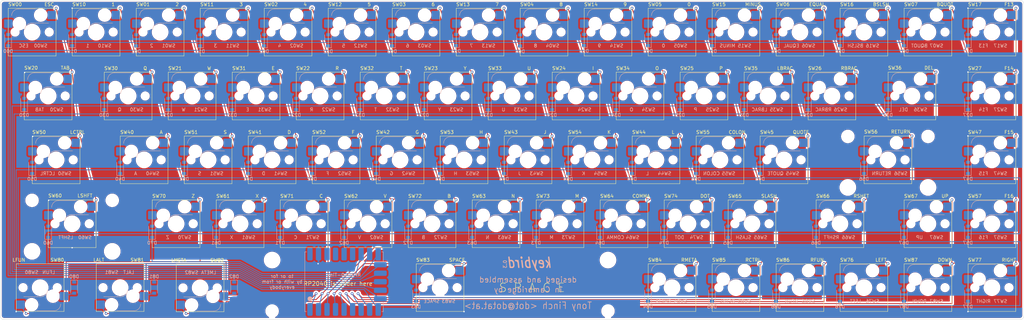
<source format=kicad_pcb>
(kicad_pcb (version 20211014) (generator pcbnew)
  (title_block (title "keybird") (rev "0.3"))
  (layers (0 "F.Cu" signal) (31 "B.Cu" signal) (34 "B.Paste" user) (35 "F.Paste" user) (36 "B.SilkS" user "B.Silkscreen") (37 "F.SilkS" user "F.Silkscreen") (38 "B.Mask" user) (39 "F.Mask" user) (44 "Edge.Cuts" user))
  (net 0 "")
  (net 1 "Net-(D00-Pad1)")
  (net 2 "/ROW0")
  (net 3 "Net-(D01-Pad1)")
  (net 4 "Net-(D02-Pad1)")
  (net 5 "Net-(D03-Pad1)")
  (net 6 "Net-(D04-Pad1)")
  (net 7 "Net-(D05-Pad1)")
  (net 8 "Net-(D06-Pad1)")
  (net 9 "Net-(D07-Pad1)")
  (net 10 "Net-(D10-Pad1)")
  (net 11 "/ROW1")
  (net 12 "Net-(D11-Pad1)")
  (net 13 "Net-(D12-Pad1)")
  (net 14 "Net-(D13-Pad1)")
  (net 15 "Net-(D14-Pad1)")
  (net 16 "Net-(D15-Pad1)")
  (net 17 "Net-(D16-Pad1)")
  (net 18 "Net-(D17-Pad1)")
  (net 19 "Net-(D20-Pad1)")
  (net 20 "/ROW2")
  (net 21 "Net-(D21-Pad1)")
  (net 22 "Net-(D22-Pad1)")
  (net 23 "Net-(D23-Pad1)")
  (net 24 "Net-(D24-Pad1)")
  (net 25 "Net-(D25-Pad1)")
  (net 26 "Net-(D26-Pad1)")
  (net 27 "Net-(D27-Pad1)")
  (net 28 "Net-(D30-Pad1)")
  (net 29 "/ROW3")
  (net 30 "Net-(D31-Pad1)")
  (net 31 "Net-(D32-Pad1)")
  (net 32 "Net-(D33-Pad1)")
  (net 33 "Net-(D34-Pad1)")
  (net 34 "Net-(D35-Pad1)")
  (net 35 "Net-(D36-Pad1)")
  (net 36 "Net-(D40-Pad1)")
  (net 37 "/ROW4")
  (net 38 "Net-(D41-Pad1)")
  (net 39 "Net-(D42-Pad1)")
  (net 40 "Net-(D43-Pad1)")
  (net 41 "Net-(D44-Pad1)")
  (net 42 "Net-(D45-Pad1)")
  (net 43 "Net-(D47-Pad1)")
  (net 44 "Net-(D50-Pad1)")
  (net 45 "/ROW5")
  (net 46 "Net-(D51-Pad1)")
  (net 47 "Net-(D52-Pad1)")
  (net 48 "Net-(D53-Pad1)")
  (net 49 "Net-(D54-Pad1)")
  (net 50 "Net-(D55-Pad1)")
  (net 51 "Net-(D56-Pad1)")
  (net 52 "Net-(D57-Pad1)")
  (net 53 "Net-(D60-Pad1)")
  (net 54 "/ROW6")
  (net 55 "Net-(D61-Pad1)")
  (net 56 "Net-(D62-Pad1)")
  (net 57 "Net-(D63-Pad1)")
  (net 58 "Net-(D64-Pad1)")
  (net 59 "Net-(D65-Pad1)")
  (net 60 "Net-(D66-Pad1)")
  (net 61 "Net-(D67-Pad1)")
  (net 62 "/ROW7")
  (net 63 "Net-(D77-Pad1)")
  (net 64 "Net-(D80-Pad1)")
  (net 65 "/ROW8")
  (net 66 "Net-(D81-Pad1)")
  (net 67 "Net-(D83-Pad1)")
  (net 68 "Net-(D84-Pad1)")
  (net 69 "Net-(D85-Pad1)")
  (net 70 "Net-(D86-Pad1)")
  (net 71 "Net-(D87-Pad1)")
  (net 72 "/COL0")
  (net 73 "/COL1")
  (net 74 "/COL2")
  (net 75 "/COL3")
  (net 76 "/COL4")
  (net 77 "/COL5")
  (net 78 "/COL6")
  (net 79 "/COL7")
  (net 80 "Net-(D70-Pad1)")
  (net 84 "GND")
  (net 87 "Net-(D71-Pad1)")
  (net 88 "Net-(D72-Pad1)")
  (net 89 "Net-(D73-Pad1)")
  (net 90 "Net-(D74-Pad1)")
  (net 91 "Net-(D76-Pad1)")
  (net 92 "Net-(D82-Pad1)")
  (footprint "Keybird:SW_Hotswap_Kailh_MX_1.00u" (layer "F.Cu") (at 290.5125 80.9625)
    (fp_text reference "SW67")
    (fp_text value "UP")
  )
  (footprint "Keybird:SW_Hotswap_Kailh_MX_1.00u" (layer "F.Cu") (at 52.3875 42.8625)
    (fp_text reference "SW30")
    (fp_text value "Q")
  )
  (footprint "Keybird:SW_Hotswap_Kailh_MX_1.00u" (layer "F.Cu") (at 309.5625 23.8125)
    (fp_text reference "SW17")
    (fp_text value "F13")
  )
  (footprint "Keybird:SW_Hotswap_Kailh_MX_1.00u" (layer "F.Cu") (at 152.4 61.9125)
    (fp_text reference "SW53")
    (fp_text value "H")
  )
  (footprint "Keybird:SW_Hotswap_Kailh_MX_1.00u" (layer "F.Cu") (at 119.0625 23.8125)
    (fp_text reference "SW12")
    (fp_text value "5")
  )
  (footprint "Keybird:SW_Hotswap_Kailh_MX_1.00u" (layer "F.Cu") (at 80.9625 23.8125)
    (fp_text reference "SW11")
    (fp_text value "3")
  )
  (footprint "Keybird:SW_Hotswap_Kailh_MX_1.00u" (layer "F.Cu") (at 223.8375 42.8625)
    (fp_text reference "SW25")
    (fp_text value "P")
  )
  (footprint "Keybird:SW_Hotswap_Kailh_MX_1.00u" (layer "F.Cu") (at 214.3125 100.0125)
    (fp_text reference "SW84")
    (fp_text value "RMETA")
  )
  (footprint "Keybird:SW_Hotswap_Kailh_MX_1.00u" (layer "F.Cu") (at 61.9125 23.8125)
    (fp_text reference "SW01")
    (fp_text value "2")
  )
  (footprint "Keybird:SW_Hotswap_Kailh_MX_1.00u" (layer "F.Cu") (at 290.5125 23.8125)
    (fp_text reference "SW07")
    (fp_text value "BQUOT")
  )
  (footprint "Keybird:SW_Hotswap_Kailh_MX_1.00u" (layer "F.Cu") (at 42.8625 23.8125)
    (fp_text reference "SW10")
    (fp_text value "1")
  )
  (footprint "Keybird:SW_Hotswap_Kailh_MX_1.00u" (layer "F.Cu") (at 252.4125 23.8125)
    (fp_text reference "SW06")
    (fp_text value "EQUAL")
  )
  (footprint "Keybird:SW_Hotswap_Kailh_MX_1.50u" (layer "F.Cu") (at 28.575 42.8625)
    (fp_text reference "SW20")
    (fp_text value "TAB")
  )
  (footprint "Keybird:SW_Hotswap_Kailh_MX_6.25u" (layer "F.Cu") (at 145.25625 100.0125)
    (fp_text reference "SW83")
    (fp_text value "SPACE")
  )
  (footprint "Keybird:SW_Hotswap_Kailh_MX_2.25u" (layer "F.Cu") (at 278.60625 61.9125)
    (fp_text reference "SW56")
    (fp_text value "RETURN")
  )
  (footprint "Keybird:SW_Hotswap_Kailh_MX_1.00u" (layer "F.Cu") (at 90.4875 42.8625)
    (fp_text reference "SW31")
    (fp_text value "E")
  )
  (footprint "Keybird:SW_Hotswap_Kailh_MX_1.00u" (layer "F.Cu") (at 23.8125 23.8125)
    (fp_text reference "SW00")
    (fp_text value "ESC")
  )
  (footprint "Keybird:SW_Hotswap_Kailh_MX_1.00u" (layer "F.Cu") (at 204.7875 42.8625)
    (fp_text reference "SW34")
    (fp_text value "O")
  )
  (footprint "Keybird:SW_Hotswap_Kailh_MX_1.00u" (layer "F.Cu") (at 214.3125 23.8125)
    (fp_text reference "SW05")
    (fp_text value "0")
  )
  (footprint "Keybird:SW_Hotswap_Kailh_MX_1.00u" (layer "F.Cu") (at 309.5625 42.8625)
    (fp_text reference "SW27")
    (fp_text value "F14")
  )
  (footprint "Keybird:SW_Hotswap_Kailh_MX_1.00u" (layer "F.Cu") (at 85.725 80.9625)
    (fp_text reference "SW61")
    (fp_text value "X")
  )
  (footprint "Keybird:SW_Hotswap_Kailh_MX_1.00u" (layer "F.Cu") (at 271.462728 100.012584)
    (fp_text reference "SW76")
    (fp_text value "LEFT")
  )
  (footprint "Keybird:SW_Hotswap_Kailh_MX_1.75u" (layer "F.Cu") (at 30.95625 61.9125)
    (fp_text reference "SW50")
    (fp_text value "LCTRL")
  )
  (footprint "Keybird:SW_Hotswap_Kailh_MX_1.00u" (layer "F.Cu") (at 209.55 61.9125)
    (fp_text reference "SW44")
    (fp_text value "L")
  )
  (footprint "Keybird:SW_Hotswap_Kailh_MX_1.00u" (layer "F.Cu") (at 252.4125 100.0125)
    (fp_text reference "SW86")
    (fp_text value "RFUN")
  )
  (footprint "Keybird:Stabilizer_Cherry_MX_6.25u" (layer "F.Cu") (at 145.25625 100.0125 180)
    (fp_text reference "ST_SPACE")
    (fp_text value "Stabilizer_Cherry_MX_6.25u" hide)
  )
  (footprint "Keybird:SW_Hotswap_Kailh_MX_1.00u" (layer "F.Cu") (at 57.15 61.9125)
    (fp_text reference "SW40")
    (fp_text value "A")
  )
  (footprint "Keybird:SW_Hotswap_Kailh_MX_2.25u" (layer "F.Cu") (at 35.71875 80.9625)
    (fp_text reference "SW60")
    (fp_text value "LSHFT")
  )
  (footprint "Keybird:SW_Hotswap_Kailh_MX_1.00u" (layer "F.Cu") (at 138.1125 23.8125)
    (fp_text reference "SW03")
    (fp_text value "6")
  )
  (footprint "Keybird:SW_Hotswap_Kailh_MX_1.00u" (layer "F.Cu") (at 166.6875 42.8625)
    (fp_text reference "SW33")
    (fp_text value "U")
  )
  (footprint "Keybird:SW_Hotswap_Kailh_MX_1.00u" (layer "F.Cu") (at 133.35 61.9125)
    (fp_text reference "SW42")
    (fp_text value "G")
  )
  (footprint "Keybird:SW_Hotswap_Kailh_MX_1.00u" (layer "F.Cu") (at 71.4375 42.8625)
    (fp_text reference "SW21")
    (fp_text value "W")
  )
  (footprint "Keybird:Stabilizer_Cherry_MX_2.00u" (layer "F.Cu") (at 35.71875 80.9625)
    (fp_text reference "ST_SHIFT")
    (fp_text value "Stabilizer_Cherry_MX_2.00u" hide)
  )
  (footprint "Keybird:SW_Hotswap_Kailh_MX_1.00u" (layer "F.Cu") (at 147.6375 42.8625)
    (fp_text reference "SW23")
    (fp_text value "Y")
  )
  (footprint "Keybird:SW_Hotswap_Kailh_MX_1.50u" (layer "F.Cu") (at 285.75 42.8625)
    (fp_text reference "SW36")
    (fp_text value "DEL")
  )
  (footprint "Keybird:SW_Hotswap_Kailh_MX_1.00u" (layer "F.Cu") (at 171.45 61.9125)
    (fp_text reference "SW43")
    (fp_text value "J")
  )
  (footprint "Keybird:SW_Hotswap_Kailh_MX_1.00u" (layer "F.Cu") (at 242.8875 42.8625)
    (fp_text reference "SW35")
    (fp_text value "LBRAC")
  )
  (footprint "Keybird:SW_Hotswap_Kailh_MX_1.00u" (layer "F.Cu") (at 95.25 61.9125)
    (fp_text reference "SW41")
    (fp_text value "D")
  )
  (footprint "Keybird:SW_Hotswap_Kailh_MX_1.00u" (layer "F.Cu") (at 161.925 80.9625)
    (fp_text reference "SW63")
    (fp_text value "N")
  )
  (footprint "Keybird:SW_Hotswap_Kailh_MX_1.00u" (layer "F.Cu") (at 238.125 80.9625)
    (fp_text reference "SW65")
    (fp_text value "SLASH")
  )
  (footprint "Keybird:SW_Hotswap_Kailh_MX_1.00u" (layer "F.Cu") (at 309.5625 61.9125)
    (fp_text reference "SW47")
    (fp_text value "F15")
  )
  (footprint "Keybird:SW_Hotswap_Kailh_MX_1.00u" (layer "F.Cu") (at 190.5 61.9125)
    (fp_text reference "SW54")
    (fp_text value "K")
  )
  (footprint "Keybird:SW_Hotswap_Kailh_MX_1.00u" (layer "F.Cu") (at 114.3 61.9125)
    (fp_text reference "SW52")
    (fp_text value "F")
  )
  (footprint "Keybird:SW_Hotswap_Kailh_MX_1.00u" (layer "F.Cu") (at 261.9375 42.8625)
    (fp_text reference "SW26")
    (fp_text value "RBRAC")
  )
  (footprint "Keybird:SW_Hotswap_Kailh_MX_1.00u" (layer "F.Cu") (at 109.5375 42.8625)
    (fp_text reference "SW22")
    (fp_text value "R")
  )
  (footprint "Keybird:SW_Hotswap_Kailh_MX_1.00u" (layer "F.Cu") (at 228.6 61.9125)
    (fp_text reference "SW55")
    (fp_text value "COLON")
  )
  (footprint "Switch_Keyboard_Hotswap_Kailh:SW_Hotswap_Kailh_MX_1.25u" (layer "F.Cu") (at 50.006272 100.0125 180)
    (fp_text reference "SW81")
    (fp_text value "LALT")
  )
  (footprint "Keybird:SW_Hotswap_Kailh_MX_1.00u" (layer "F.Cu") (at 176.2125 23.8125)
    (fp_text reference "SW04")
    (fp_text value "8")
  )
  (footprint "Keybird:SW_Hotswap_Kailh_MX_1.00u" (layer "F.Cu") (at 195.2625 23.8125)
    (fp_text reference "SW14")
    (fp_text value "9")
  )
  (footprint "Keybird:SW_Hotswap_Kailh_MX_1.00u" (layer "F.Cu") (at 290.5125 100.0125)
    (fp_text reference "SW87")
    (fp_text value "DOWN")
  )
  (footprint "Keybird:SW_Hotswap_Kailh_MX_1.00u" (layer "F.Cu") (at 104.775088 80.962568)
    (fp_text reference "SW71")
    (fp_text value "C")
  )
  (footprint "Keybird:SW_Hotswap_Kailh_MX_1.00u" (layer "F.Cu") (at 76.2 61.9125)
    (fp_text reference "SW51")
    (fp_text value "S")
  )
  (footprint "Keybird:SW_Hotswap_Kailh_MX_1.00u" (layer "F.Cu") (at 142.87512 80.962568)
    (fp_text reference "SW72")
    (fp_text value "B")
  )
  (footprint "Keybird:SW_Hotswap_Kailh_MX_1.00u" (layer "F.Cu") (at 66.675056 80.962568)
    (fp_text reference "SW70")
    (fp_text value "Z")
  )
  (footprint "Keybird:SW_Hotswap_Kailh_MX_1.00u" (layer "F.Cu") (at 219.075184 80.962568)
    (fp_text reference "SW74")
    (fp_text value "DOT")
  )
  (footprint "Keybird:SW_Hotswap_Kailh_MX_1.00u" (layer "F.Cu") (at 247.65 61.9125)
    (fp_text reference "SW45")
    (fp_text value "QUOTE")
  )
  (footprint "Keybird:SW_Hotswap_Kailh_MX_1.75u" (layer "F.Cu") (at 264.31875 80.9625)
    (fp_text reference "SW66")
    (fp_text value "RSHFT")
  )
  (footprint "Switch_Keyboard_Hotswap_Kailh:SW_Hotswap_Kailh_MX_1.25u" (layer "F.Cu") (at 73.818812 100.078202 180)
    (fp_text reference "SW82")
    (fp_text value "LMETA")
  )
  (footprint "Keybird:SW_Hotswap_Kailh_MX_1.00u" (layer "F.Cu") (at 309.5625 80.9625)
    (fp_text reference "SW57")
    (fp_text value "F16")
  )
  (footprint "Keybird:SW_Hotswap_Kailh_MX_1.00u" (layer "F.Cu") (at 233.3625 100.0125)
    (fp_text reference "SW85")
    (fp_text value "RCTRL")
  )
  (footprint "Keybird:Stabilizer_Cherry_MX_2.00u" (layer "F.Cu") (at 278.60625 61.9125)
    (fp_text reference "ST_ENTER")
    (fp_text value "Stabilizer_Cherry_MX_2.00u" hide)
  )
  (footprint "Keybird:SW_Hotswap_Kailh_MX_1.00u" (layer "F.Cu") (at 128.5875 42.8625)
    (fp_text reference "SW32")
    (fp_text value "T")
  )
  (footprint "Keybird:SW_Hotswap_Kailh_MX_1.00u" (layer "F.Cu") (at 233.3625 23.8125)
    (fp_text reference "SW15")
    (fp_text value "MINUS")
  )
  (footprint "Keybird:SW_Hotswap_Kailh_MX_1.00u" (layer "F.Cu") (at 100.0125 23.8125)
    (fp_text reference "SW02")
    (fp_text value "4")
  )
  (footprint "Keybird:SW_Hotswap_Kailh_MX_1.00u" (layer "F.Cu") (at 309.5625 100.0125)
    (fp_text reference "SW77")
    (fp_text value "RIGHT")
  )
  (footprint "Keybird:SW_Hotswap_Kailh_MX_1.00u" (layer "F.Cu") (at 157.1625 23.8125)
    (fp_text reference "SW13")
    (fp_text value "7")
  )
  (footprint "Keybird:SW_Hotswap_Kailh_MX_1.00u" (layer "F.Cu") (at 180.975152 80.962568)
    (fp_text reference "SW73")
    (fp_text value "M")
  )
  (footprint "Keybird:SW_Hotswap_Kailh_MX_1.00u" (layer "F.Cu") (at 185.7375 42.8625)
    (fp_text reference "SW24")
    (fp_text value "I")
  )
  (footprint "Keybird:SW_Hotswap_Kailh_MX_1.00u" (layer "F.Cu") (at 123.825 80.9625)
    (fp_text reference "SW62")
    (fp_text value "V")
  )
  (footprint "Keybird:SW_Hotswap_Kailh_MX_1.00u" (layer "F.Cu") (at 271.4625 23.8125)
    (fp_text reference "SW16")
    (fp_text value "BSLSH")
  )
  (footprint "Keybird:SW_Hotswap_Kailh_MX_1.00u" (layer "F.Cu") (at 200.025 80.9625)
    (fp_text reference "SW64")
    (fp_text value "COMMA")
  )
  (footprint "Switch_Keyboard_Hotswap_Kailh:SW_Hotswap_Kailh_MX_1.25u" (layer "F.Cu") (at 26.193772 100.0125 180)
    (fp_text reference "SW80")
    (fp_text value "LFUN")
  )
  (footprint "Diode_SMD:D_SOD-123" (layer "B.Cu") (at 121.443788 45.243788 90)
    (fp_text reference "D32")
    (fp_text value "DIODE")
  )
  (footprint "Diode_SMD:D_SOD-123" (layer "B.Cu") (at 36.314135 100.012584 -90)
    (fp_text reference "D80")
    (fp_text value "DIODE")
  )
  (footprint "Diode_SMD:D_SOD-123" (layer "B.Cu") (at 278.606288 45.243788 90)
    (fp_text reference "D36")
    (fp_text value "DIODE")
  )
  (footprint "Diode_SMD:D_SOD-123" (layer "B.Cu") (at 35.71878 26.193772 90)
    (fp_text reference "D10")
    (fp_text value "DIODE")
  )
  (footprint "Diode_SMD:D_SOD-123" (layer "B.Cu") (at 192.881412 83.34382 90)
    (fp_text reference "D64")
    (fp_text value "DIODE")
  )
  (footprint "Diode_SMD:D_SOD-123" (layer "B.Cu") (at 102.393788 45.243788 90)
    (fp_text reference "D22")
    (fp_text value "DIODE")
  )
  (footprint "Diode_SMD:D_SOD-123" (layer "B.Cu") (at 97.631332 83.34382 90)
    (fp_text reference "D71")
    (fp_text value "DIODE")
  )
  (footprint "Diode_SMD:D_SOD-123" (layer "B.Cu") (at 264.318972 26.148459 90)
    (fp_text reference "D16")
    (fp_text value "DIODE")
  )
  (footprint "Diode_SMD:D_SOD-123" (layer "B.Cu") (at 73.818796 26.243772 90)
    (fp_text reference "D11")
    (fp_text value "DIODE")
  )
  (footprint "Diode_SMD:D_SOD-123" (layer "B.Cu") (at 302.418788 45.243788 90)
    (fp_text reference "D27")
    (fp_text value "DIODE")
  )
  (footprint "Diode_SMD:D_SOD-123" (layer "B.Cu") (at 254.793788 45.243788 90)
    (fp_text reference "D26")
    (fp_text value "DIODE")
  )
  (footprint "Diode_SMD:D_SOD-123" (layer "B.Cu") (at 197.643788 45.243788 90)
    (fp_text reference "D34")
    (fp_text value "DIODE")
  )
  (footprint "Diode_SMD:D_SOD-123" (layer "B.Cu") (at 207.168924 102.393836 90)
    (fp_text reference "D84")
    (fp_text value "DIODE")
  )
  (footprint "Diode_SMD:D_SOD-123" (layer "B.Cu") (at 264.318972 102.393836 90)
    (fp_text reference "D76")
    (fp_text value "DIODE")
  )
  (footprint "Diode_SMD:D_SOD-123" (layer "B.Cu") (at 230.981444 83.34382 90)
    (fp_text reference "D65")
    (fp_text value "DIODE")
  )
  (footprint "Diode_SMD:D_SOD-123" (layer "B.Cu") (at 59.5313 83.34382 90)
    (fp_text reference "D70")
    (fp_text value "DIODE")
  )
  (footprint "Diode_SMD:D_SOD-123" (layer "B.Cu") (at 226.218796 26.190598 90)
    (fp_text reference "D15")
    (fp_text value "DIODE")
  )
  (footprint "Diode_SMD:D_SOD-123" (layer "B.Cu") (at 150.018876 26.141452 90)
    (fp_text reference "D13")
    (fp_text value "DIODE")
  )
  (footprint "Diode_SMD:D_SOD-123" (layer "B.Cu") (at 54.768796 26.243772 90)
    (fp_text reference "D01")
    (fp_text value "DIODE")
  )
  (footprint "Diode_SMD:D_SOD-123" (layer "B.Cu") (at 126.206356 64.293804 90)
    (fp_text reference "D42")
    (fp_text value "DIODE")
  )
  (footprint "Diode_SMD:D_SOD-123" (layer "B.Cu") (at 178.593788 45.243788 90)
    (fp_text reference "D24")
    (fp_text value "DIODE")
  )
  (footprint "Diode_SMD:D_SOD-123" (layer "B.Cu") (at 283.368796 26.190598 90)
    (fp_text reference "D07")
    (fp_text value "DIODE")
  )
  (footprint "Diode_SMD:D_SOD-123" (layer "B.Cu") (at 240.506452 64.293804 90)
    (fp_text reference "D45")
    (fp_text value "DIODE")
  )
  (footprint "Diode_SMD:D_SOD-123" (layer "B.Cu") (at 302.419004 83.34382 90)
    (fp_text reference "D57")
    (fp_text value "DIODE")
  )
  (footprint "Diode_SMD:D_SOD-123" (layer "B.Cu") (at 183.3875 64.3375 90)
    (fp_text reference "D54")
    (fp_text value "DIODE")
  )
  (footprint "Diode_SMD:D_SOD-123" (layer "B.Cu") (at 21.431268 45.243788 90)
    (fp_text reference "D20")
    (fp_text value "DIODE")
  )
  (footprint "Diode_SMD:D_SOD-123" (layer "B.Cu") (at 202.40642 64.293804 90)
    (fp_text reference "D44")
    (fp_text value "DIODE")
  )
  (footprint "Diode_SMD:D_SOD-123" (layer "B.Cu") (at 211.931428 83.34382 90)
    (fp_text reference "D74")
    (fp_text value "DIODE")
  )
  (footprint "Diode_SMD:D_SOD-123" (layer "B.Cu") (at 271.462728 64.293804 90)
    (fp_text reference "D56")
    (fp_text value "DIODE")
  )
  (footprint "Diode_SMD:D_SOD-123" (layer "B.Cu") (at 78.581316 83.34382 90)
    (fp_text reference "D61")
    (fp_text value "DIODE")
  )
  (footprint "Diode_SMD:D_SOD-123" (layer "B.Cu") (at 188.118796 26.145309 90)
    (fp_text reference "D14")
    (fp_text value "DIODE")
  )
  (footprint "Diode_SMD:D_SOD-123" (layer "B.Cu") (at 64.293788 45.243788 90)
    (fp_text reference "D21")
    (fp_text value "DIODE")
  )
  (footprint "Diode_SMD:D_SOD-123" (layer "B.Cu") (at 16.668764 26.193772 90)
    (fp_text reference "D00")
    (fp_text value "DIODE")
  )
  (footprint "Diode_SMD:D_SOD-123" (layer "B.Cu") (at 140.493788 45.243788 90)
    (fp_text reference "D23")
    (fp_text value "DIODE")
  )
  (footprint "Diode_SMD:D_SOD-123" (layer "B.Cu") (at 302.419004 102.393836 90)
    (fp_text reference "D77")
    (fp_text value "DIODE")
  )
  (footprint "Diode_SMD:D_SOD-123" (layer "B.Cu") (at 116.681348 83.34382 90)
    (fp_text reference "D62")
    (fp_text value "DIODE")
  )
  (footprint "Diode_SMD:D_SOD-123" (layer "B.Cu") (at 302.419004 64.293804 90)
    (fp_text reference "D47")
    (fp_text value "DIODE")
  )
  (footprint "Diode_SMD:D_SOD-123" (layer "B.Cu") (at 245.268956 26.193772 90)
    (fp_text reference "D06")
    (fp_text value "DIODE")
  )
  (footprint "Diode_SMD:D_SOD-123" (layer "B.Cu") (at 235.743788 45.243788 90)
    (fp_text reference "D35")
    (fp_text value "DIODE")
  )
  (footprint "Diode_SMD:D_SOD-123" (layer "B.Cu") (at 83.343788 45.243788 90)
    (fp_text reference "D31")
    (fp_text value "DIODE")
  )
  (footprint "Diode_SMD:D_SOD-123" (layer "B.Cu") (at 83.939133 100.012584 -90)
    (fp_text reference "D82")
    (fp_text value "DIODE")
  )
  (footprint "Module:RP2040-Tiny" (layer "B.Cu") (at 116.681348 98.25 -90)
    (fp_text reference "U1")
    (fp_text value "RP2040-Tiny")
  )
  (footprint "Diode_SMD:D_SOD-123" (layer "B.Cu") (at 169.068892 26.285228 90)
    (fp_text reference "D04")
    (fp_text value "DIODE")
  )
  (footprint "Diode_SMD:D_SOD-123" (layer "B.Cu") (at 283.368988 102.393836 90)
    (fp_text reference "D87")
    (fp_text value "DIODE")
  )
  (footprint "Diode_SMD:D_SOD-123" (layer "B.Cu") (at 45.243788 45.243788 90)
    (fp_text reference "D30")
    (fp_text value "DIODE")
  )
  (footprint "Diode_SMD:D_SOD-123" (layer "B.Cu") (at 50.006292 64.293804 90)
    (fp_text reference "D40")
    (fp_text value "DIODE")
  )
  (footprint "Diode_SMD:D_SOD-123" (layer "B.Cu") (at 164.306388 64.293804 90)
    (fp_text reference "D43")
    (fp_text value "DIODE")
  )
  (footprint "Diode_SMD:D_SOD-123" (layer "B.Cu") (at 111.918796 26.243772 90)
    (fp_text reference "D12")
    (fp_text value "DIODE")
  )
  (footprint "Diode_SMD:D_SOD-123" (layer "B.Cu") (at 88.106324 64.293804 90)
    (fp_text reference "D41")
    (fp_text value "DIODE")
  )
  (footprint "Diode_SMD:D_SOD-123" (layer "B.Cu") (at 302.419056 26.190598 90)
    (fp_text reference "D17")
    (fp_text value "DIODE")
  )
  (footprint "Diode_SMD:D_SOD-123" (layer "B.Cu") (at 159.543788 45.243788 90)
    (fp_text reference "D33")
    (fp_text value "DIODE")
  )
  (footprint "Diode_SMD:D_SOD-123" (layer "B.Cu") (at 216.693788 45.243788 90)
    (fp_text reference "D25")
    (fp_text value "DIODE")
  )
  (footprint "Diode_SMD:D_SOD-123" (layer "B.Cu") (at 154.78138 83.34382 90)
    (fp_text reference "D63")
    (fp_text value "DIODE")
  )
  (footprint "Diode_SMD:D_SOD-123" (layer "B.Cu") (at 28.575024 83.34382 90)
    (fp_text reference "D60")
    (fp_text value "DIODE")
  )
  (footprint "Diode_SMD:D_SOD-123" (layer "B.Cu") (at 92.868796 26.243772 90)
    (fp_text reference "D02")
    (fp_text value "DIODE")
  )
  (footprint "Diode_SMD:D_SOD-123" (layer "B.Cu") (at 283.368988 83.34382 90)
    (fp_text reference "D67")
    (fp_text value "DIODE")
  )
  (footprint "Diode_SMD:D_SOD-123" (layer "B.Cu") (at 130.968912 26.243772 90)
    (fp_text reference "D03")
    (fp_text value "DIODE")
  )
  (footprint "Diode_SMD:D_SOD-123" (layer "B.Cu") (at 23.81252 64.293804 90)
    (fp_text reference "D50")
    (fp_text value "DIODE")
  )
  (footprint "Diode_SMD:D_SOD-123" (layer "B.Cu") (at 69.056308 64.293804 90)
    (fp_text reference "D51")
    (fp_text value "DIODE")
  )
  (footprint "Diode_SMD:D_SOD-123" (layer "B.Cu") (at 107.15634 64.293804 90)
    (fp_text reference "D52")
    (fp_text value "DIODE")
  )
  (footprint "Diode_SMD:D_SOD-123" (layer "B.Cu") (at 138.112616 102.393836 90)
    (fp_text reference "D83")
    (fp_text value "DIODE")
  )
  (footprint "Diode_SMD:D_SOD-123" (layer "B.Cu") (at 173.831396 83.34382 90)
    (fp_text reference "D73")
    (fp_text value "DIODE")
  )
  (footprint "Diode_SMD:D_SOD-123" (layer "B.Cu") (at 145.256372 64.293804 90)
    (fp_text reference "D53")
    (fp_text value "DIODE")
  )
  (footprint "Diode_SMD:D_SOD-123" (layer "B.Cu") (at 135.731364 83.34382 90)
    (fp_text reference "D72")
    (fp_text value "DIODE")
  )
  (footprint "Diode_SMD:D_SOD-123" (layer "B.Cu") (at 245.268956 102.393836 90)
    (fp_text reference "D86")
    (fp_text value "DIODE")
  )
  (footprint "Diode_SMD:D_SOD-123" (layer "B.Cu") (at 257.175216 83.34382 90)
    (fp_text reference "D66")
    (fp_text value "DIODE")
  )
  (footprint "Diode_SMD:D_SOD-123" (layer "B.Cu") (at 226.21894 102.393836 90)
    (fp_text reference "D85")
    (fp_text value "DIODE")
  )
  (footprint "Diode_SMD:D_SOD-123" (layer "B.Cu") (at 221.456436 64.293804 90)
    (fp_text reference "D55")
    (fp_text value "DIODE")
  )
  (footprint "Diode_SMD:D_SOD-123" (layer "B.Cu") (at 60.126655 100.012584 -90)
    (fp_text reference "D81")
    (fp_text value "DIODE")
  )
  (footprint "Diode_SMD:D_SOD-123" (layer "B.Cu") (at 207.168796 26.145309 90)
    (fp_text reference "D05")
    (fp_text value "DIODE")
  )
  (gr_line (start 319.0875 15.478125) (end 319.0875 108.346875) (layer "Edge.Cuts") (width 0.1))
  (gr_arc (start 319.0875 108.346875) (mid 318.738774 109.188774) (end 317.896875 109.5375) (layer "Edge.Cuts") (width 0.1))
  (gr_arc (start 15.478125 109.5375) (mid 14.636226 109.188774) (end 14.2875 108.346875) (layer "Edge.Cuts") (width 0.1))
  (gr_arc (start 14.2875 15.478125) (mid 14.636226 14.636226) (end 15.478125 14.2875) (layer "Edge.Cuts") (width 0.1))
  (gr_line (start 15.478125 14.2875) (end 317.896875 14.2875) (layer "Edge.Cuts") (width 0.1))
  (gr_arc (start 317.896875 14.2875) (mid 318.738774 14.636226) (end 319.0875 15.478125) (layer "Edge.Cuts") (width 0.1))
  (gr_line (start 317.896875 109.5375) (end 15.478125 109.5375) (layer "Edge.Cuts") (width 0.1))
  (gr_line (start 14.2875 108.346875) (end 14.2875 15.478125) (layer "Edge.Cuts") (width 0.1))
  (gr_text "in Cambridge by" (at 171.450144 100.607728) (layer "B.SilkS") (effects (font (size 1.6256 1.6256) (thickness 0.2032)) (justify mirror)))
  (gr_text "keybird" (at 172.045168 92.571016) (layer "B.SilkS") (effects (font (size 3.048 2.4384) (thickness 0.4064) italic) (justify mirror)))
  (gr_text "desiged and assembled" (at 171.450144 97.631332) (layer "B.SilkS") (effects (font (size 1.6256 1.6256) (thickness 0.2032)) (justify mirror)))
  (gr_text "to or for\nby with or from\neverybody" (at 98.226645 98.226645) (layer "B.SilkS") (effects (font (size 1.016 1.016) (thickness 0.1524)) (justify mirror)))
  (gr_text "0.3" (at 164.603768 91.677893 90) (layer "B.SilkS") (effects (font (size 1.016 1.016) (thickness 0.1524)) (justify left mirror)))
  (gr_text "Tony Finch <dot@dotat.at>\n" (at 171.450144 105.370401) (layer "B.SilkS") (effects (font (size 2.032 1.8288) (thickness 0.2032)) (justify mirror)))
  (gr_text "S P A C E" (at 172.64077 100.012584) (layer "F.SilkS") (effects (font (size 2.54 2.54) (thickness 0.1524))))
  (gr_text "RP2040 is under here" (at 114.895409 98.821958) (layer "F.SilkS") (effects (font (size 1.2192 1.2192) (thickness 0.1524))))
  (segment (start 16.668764 24.543772) (end 16.7275 21.2725) (width 0.25) (layer "B.Cu") (net 1))
  (segment (start 245.268956 27.843772) (end 245.269741 26.880541) (width 0.25) (layer "B.Cu") (net 2))
  (segment (start 169.069741 26.880541) (end 92.869741 26.880541) (width 0.25) (layer "B.Cu") (net 2))
  (segment (start 92.868796 27.893772) (end 92.869741 26.880541) (width 0.25) (layer "B.Cu") (net 2))
  (segment (start 92.869741 26.880541) (end 54.769741 26.880541) (width 0.25) (layer "B.Cu") (net 2))
  (segment (start 283.368796 27.840598) (end 283.368988 26.880541) (width 0.25) (layer "B.Cu") (net 2))
  (segment (start 92.273515 100.012584) (end 85.725072 96.440706) (width 0.25) (layer "B.Cu") (net 2))
  (segment (start 127.476348 103.33) (end 122.634478 100.012584) (width 0.25) (layer "B.Cu") (net 2))
  (segment (start 122.634478 100.012584) (end 92.273515 100.012584) (width 0.25) (layer "B.Cu") (net 2))
  (segment (start 130.96886 27.936741) (end 130.96886 26.8732) (width 0.25) (layer "B.Cu") (net 2))
  (segment (start 169.068892 27.935228) (end 169.069741 26.880541) (width 0.25) (layer "B.Cu") (net 2))
  (segment (start 16.668764 96.440706) (end 16.668764 27.843772) (width 0.25) (layer "B.Cu") (net 2))
  (segment (start 207.168796 27.795309) (end 207.169741 26.880541) (width 0.25) (layer "B.Cu") (net 2))
  (segment (start 283.368988 26.880541) (end 245.269741 26.880541) (width 0.25) (layer "B.Cu") (net 2))
  (segment (start 54.769741 26.880541) (end 16.668764 26.880541) (width 0.25) (layer "B.Cu") (net 2))
  (segment (start 245.269741 26.880541) (end 207.169741 26.880541) (width 0.25) (layer "B.Cu") (net 2))
  (segment (start 54.768796 27.893772) (end 54.769741 26.880541) (width 0.25) (layer "B.Cu") (net 2))
  (segment (start 207.169741 26.880541) (end 169.069741 26.880541) (width 0.25) (layer "B.Cu") (net 2))
  (segment (start 85.725072 96.440706) (end 16.668764 96.440706) (width 0.25) (layer "B.Cu") (net 2))
  (segment (start 16.668764 26.880541) (end 16.668764 27.843772) (width 0.25) (layer "B.Cu") (net 2))
  (segment (start 54.768796 24.593772) (end 54.8275 21.2725) (width 0.25) (layer "B.Cu") (net 3))
  (segment (start 92.9275 21.2725) (end 92.868796 24.593772) (width 0.25) (layer "B.Cu") (net 4))
  (segment (start 130.968912 24.593772) (end 131.0275 21.2725) (width 0.25) (layer "B.Cu") (net 5))
  (segment (start 169.1275 21.2725) (end 169.068892 24.635228) (width 0.25) (layer "B.Cu") (net 6))
  (segment (start 207.2275 21.2725) (end 207.168796 24.495309) (width 0.25) (layer "B.Cu") (net 7))
  (segment (start 245.3275 21.2725) (end 245.268956 24.543772) (width 0.25) (layer "B.Cu") (net 8))
  (segment (start 283.4275 21.2725) (end 283.368796 24.540598) (width 0.25) (layer "B.Cu") (net 9))
  (segment (start 35.71878 24.543772) (end 35.7775 21.2725) (width 0.25) (layer "B.Cu") (net 10))
  (segment (start 35.71878 29.261793) (end 35.71878 27.843772) (width 0.25) (layer "B.Cu") (net 11))
  (segment (start 226.21894 29.261793) (end 226.218796 27.840598) (width 0.25) (layer "B.Cu") (net 11))
  (segment (start 17.264077 95.845393) (end 17.264077 29.2608) (width 0.25) (layer "B.Cu") (net 11))
  (segment (start 150.018876 29.261793) (end 35.71878 29.261793) (width 0.25) (layer "B.Cu") (net 11))
  (segment (start 127.476348 100.79) (end 122.634478 99.417271) (width 0.25) (layer "B.Cu") (net 11))
  (segment (start 17.264077 29.261793) (end 35.71878 29.261793) (width 0.25) (layer "B.Cu") (net 11))
  (segment (start 264.318972 29.261793) (end 226.21894 29.261793) (width 0.25) (layer "B.Cu") (net 11))
  (segment (start 85.725072 95.845393) (end 17.264077 95.845393) (width 0.25) (layer "B.Cu") (net 11))
  (segment (start 264.318972 29.261793) (end 264.318972 27.798459) (width 0.25) (layer "B.Cu") (net 11))
  (segment (start 301.228378 29.261793) (end 264.318972 29.261793) (width 0.25) (layer "B.Cu") (net 11))
  (segment (start 92.273515 99.417271) (end 85.725072 95.845393) (width 0.25) (layer "B.Cu") (net 11))
  (segment (start 226.21894 29.261793) (end 150.018876 29.261793) (width 0.25) (layer "B.Cu") (net 11))
  (segment (start 150.018876 27.791452) (end 150.018876 29.261793) (width 0.25) (layer "B.Cu") (net 11))
  (segment (start 122.634478 99.417271) (end 92.273515 99.417271) (width 0.25) (layer "B.Cu") (net 11))
  (segment (start 111.918844 27.886741) (end 111.918844 29.213306) (width 0.25) (layer "B.Cu") (net 11))
  (segment (start 302.419004 27.936741) (end 301.228378 29.261793) (width 0.25) (layer "B.Cu") (net 11))
  (segment (start 73.818812 27.886741) (end 73.818812 29.213306) (width 0.25) (layer "B.Cu") (net 11))
  (segment (start 188.118908 27.886741) (end 188.118908 29.213306) (width 0.25) (layer "B.Cu") (net 11))
  (segment (start 73.818796 24.593772) (end 73.8775 21.2725) (width 0.25) (layer "B.Cu") (net 12))
  (segment (start 111.9775 21.2725) (end 111.918796 24.593772) (width 0.25) (layer "B.Cu") (net 13))
  (segment (start 150.018876 24.491452) (end 150.0775 21.2725) (width 0.25) (layer "B.Cu") (net 14))
  (segment (start 188.118796 24.495309) (end 188.1775 21.2725) (width 0.25) (layer "B.Cu") (net 15))
  (segment (start 226.2775 21.2725) (end 226.218796 24.540598) (width 0.25) (layer "B.Cu") (net 16))
  (segment (start 264.3775 21.2725) (end 264.318972 24.498459) (width 0.25) (layer "B.Cu") (net 17))
  (segment (start 302.4775 21.2725) (end 302.419056 24.540598) (width 0.25) (layer "B.Cu") (net 18))
  (segment (start 21.49 40.3225) (end 21.431268 43.593788) (width 0.25) (layer "B.Cu") (net 19))
  (segment (start 216.693932 45.839101) (end 254.793964 45.839101) (width 0.25) (layer "B.Cu") (net 20))
  (segment (start 302.419004 45.839101) (end 302.418788 46.893788) (width 0.25) (layer "B.Cu") (net 20))
  (segment (start 17.85939 95.25008) (end 17.85939 45.839101) (width 0.25) (layer "B.Cu") (net 20))
  (segment (start 17.85939 45.839101) (end 21.431268 45.839101) (width 0.25) (layer "B.Cu") (net 20))
  (segment (start 216.693932 45.839101) (end 216.693788 46.893788) (width 0.25) (layer "B.Cu") (net 20))
  (segment (start 92.273515 98.821958) (end 85.725072 95.25008) (width 0.25) (layer "B.Cu") (net 20))
  (segment (start 127.476348 98.25) (end 122.039165 98.821958) (width 0.25) (layer "B.Cu") (net 20))
  (segment (start 21.431268 45.839101) (end 21.431268 46.893788) (width 0.25) (layer "B.Cu") (net 20))
  (segment (start 178.5939 45.839101) (end 216.693932 45.839101) (width 0.25) (layer "B.Cu") (net 20))
  (segment (start 64.293804 45.839101) (end 64.293788 46.893788) (width 0.25) (layer "B.Cu") (net 20))
  (segment (start 122.039165 98.821958) (end 92.273515 98.821958) (width 0.25) (layer "B.Cu") (net 20))
  (segment (start 102.393788 46.893788) (end 102.393836 45.839101) (width 0.25) (layer "B.Cu") (net 20))
  (segment (start 140.493868 45.839101) (end 140.493788 46.893788) (width 0.25) (layer "B.Cu") (net 20))
  (segment (start 254.793964 45.839101) (end 302.419004 45.839101) (width 0.25) (layer "B.Cu") (net 20))
  (segment (start 64.293804 45.839101) (end 140.493868 45.839101) (width 0.25) (layer "B.Cu") (net 20))
  (segment (start 178.5939 45.839101) (end 178.593788 46.893788) (width 0.25) (layer "B.Cu") (net 20))
  (segment (start 21.431268 45.839101) (end 64.293804 45.839101) (width 0.25) (layer "B.Cu") (net 20))
  (segment (start 85.725072 95.25008) (end 17.85939 95.25008) (width 0.25) (layer "B.Cu") (net 20))
  (segment (start 254.793964 45.839101) (end 254.793788 46.893788) (width 0.25) (layer "B.Cu") (net 20))
  (segment (start 140.493868 45.839101) (end 178.5939 45.839101) (width 0.25) (layer "B.Cu") (net 20))
  (segment (start 64.3525 40.3225) (end 64.293788 43.593788) (width 0.25) (layer "B.Cu") (net 21))
  (segment (start 102.4525 40.3225) (end 102.393788 43.593788) (width 0.25) (layer "B.Cu") (net 22))
  (segment (start 140.5525 40.3225) (end 140.493788 43.593788) (width 0.25) (layer "B.Cu") (net 23))
  (segment (start 178.6525 40.3225) (end 178.593788 43.593788) (width 0.25) (layer "B.Cu") (net 24))
  (segment (start 216.7525 40.3225) (end 216.693788 43.593788) (width 0.25) (layer "B.Cu") (net 25))
  (segment (start 254.8525 40.3225) (end 254.793788 43.593788) (width 0.25) (layer "B.Cu") (net 26))
  (segment (start 302.4775 40.3225) (end 302.418788 43.593788) (width 0.25) (layer "B.Cu") (net 27))
  (segment (start 45.3025 40.3225) (end 45.243788 43.593788) (width 0.25) (layer "B.Cu") (net 28))
  (segment (start 18.454703 48.220353) (end 83.34382 48.220353) (width 0.25) (layer "B.Cu") (net 29))
  (segment (start 121.443852 48.220353) (end 83.34382 48.220353) (width 0.25) (layer "B.Cu") (net 29))
  (segment (start 127.476348 95.71) (end 121.443852 98.226645) (width 0.25) (layer "B.Cu") (net 29))
  (segment (start 92.273515 98.226645) (end 85.725072 94.654767) (width 0.25) (layer "B.Cu") (net 29))
  (segment (start 235.743948 48.220353) (end 235.743788 46.893788) (width 0.25) (layer "B.Cu") (net 29))
  (segment (start 159.543884 48.220353) (end 121.443852 48.220353) (width 0.25) (layer "B.Cu") (net 29))
  (segment (start 121.443852 98.226645) (end 92.273515 98.226645) (width 0.25) (layer "B.Cu") (net 29))
  (segment (start 83.34382 48.220353) (end 83.343788 46.893788) (width 0.25) (layer "B.Cu") (net 29))
  (segment (start 159.543788 46.893788) (end 159.543884 48.220353) (width 0.25) (layer "B.Cu") (net 29))
  (segment (start 121.443852 48.220353) (end 121.443788 46.893788) (width 0.25) (layer "B.Cu") (net 29))
  (segment (start 197.643916 48.220353) (end 159.543884 48.220353) (width 0.25) (layer "B.Cu") (net 29))
  (segment (start 18.454703 94.654767) (end 18.454703 48.220353) (width 0.25) (layer "B.Cu") (net 29))
  (segment (start 45.243788 46.893788) (end 45.243788 48.220353) (width 0.25) (layer "B.Cu") (net 29))
  (segment (start 85.725072 94.654767) (end 18.454703 94.654767) (width 0.25) (layer "B.Cu") (net 29))
  (segment (start 278.606288 46.893788) (end 277.415858 48.220353) (width 0.25) (layer "B.Cu") (net 29))
  (segment (start 197.643916 48.220353) (end 197.643788 46.893788) (width 0.25) (layer "B.Cu") (net 29))
  (segment (start 277.415858 48.220353) (end 235.743948 48.220353) (width 0.25) (layer "B.Cu") (net 29))
  (segment (start 235.743948 48.220353) (end 197.643916 48.220353) (width 0.25) (layer "B.Cu") (net 29))
  (segment (start 83.4025 40.3225) (end 83.343788 43.593788) (width 0.25) (layer "B.Cu") (net 30))
  (segment (start 121.5025 40.3225) (end 121.443788 43.593788) (width 0.25) (layer "B.Cu") (net 31))
  (segment (start 159.6025 40.3225) (end 159.543788 43.593788) (width 0.25) (layer "B.Cu") (net 32))
  (segment (start 197.7025 40.3225) (end 197.643788 43.593788) (width 0.25) (layer "B.Cu") (net 33))
  (segment (start 235.8025 40.3225) (end 235.743788 43.593788) (width 0.25) (layer "B.Cu") (net 34))
  (segment (start 278.665 40.3225) (end 278.606288 43.593788) (width 0.25) (layer "B.Cu") (net 35))
  (segment (start 50.065 59.3725) (end 50.006292 62.643804) (width 0.25) (layer "B.Cu") (net 36))
  (segment (start 19.050016 94.059454) (end 85.725072 94.059454) (width 0.25) (layer "B.Cu") (net 37))
  (segment (start 164.306388 64.889117) (end 202.40642 64.889117) (width 0.25) (layer "B.Cu") (net 37))
  (segment (start 50.006292 65.943804) (end 50.006292 64.889117) (width 0.25) (layer "B.Cu") (net 37))
  (segment (start 202.40642 64.889117) (end 240.506452 64.889117) (width 0.25) (layer "B.Cu") (net 37))
  (segment (start 126.206356 65.943804) (end 126.206356 64.889117) (width 0.25) (layer "B.Cu") (net 37))
  (segment (start 50.006292 64.889117) (end 88.106324 64.889117) (width 0.25) (layer "B.Cu") (net 37))
  (segment (start 126.206356 64.889117) (end 164.306388 64.889117) (width 0.25) (layer "B.Cu") (net 37))
  (segment (start 88.106324 65.943804) (end 88.106324 64.889117) (width 0.25) (layer "B.Cu") (net 37))
  (segment (start 164.306388 65.943804) (end 164.306388 64.889117) (width 0.25) (layer "B.Cu") (net 37))
  (segment (start 302.419004 65.943804) (end 302.419004 64.889117) (width 0.25) (layer "B.Cu") (net 37))
  (segment (start 240.506452 65.943804) (end 240.506452 64.889117) (width 0.25) (layer "B.Cu") (net 37))
  (segment (start 85.725072 94.059454) (end 92.273515 97.631332) (width 0.25) (layer "B.Cu") (net 37))
  (segment (start 88.106324 64.889117) (end 126.206356 64.889117) (width 0.25) (layer "B.Cu") (net 37))
  (segment (start 50.006292 64.889117) (end 19.050016 64.889117) (width 0.25) (layer "B.Cu") (net 37))
  (segment (start 240.506452 64.889117) (end 302.419004 64.889117) (width 0.25) (layer "B.Cu") (net 37))
  (segment (start 92.273515 97.631332) (end 121.443852 97.631332) (width 0.25) (layer "B.Cu") (net 37))
  (segment (start 202.40642 65.943804) (end 202.40642 64.889117) (width 0.25) (layer "B.Cu") (net 37))
  (segment (start 19.050016 64.889117) (end 19.050016 94.059454) (width 0.25) (layer "B.Cu") (net 37))
  (segment (start 121.443852 97.631332) (end 127.476348 93.17) (width 0.25) (layer "B.Cu") (net 37))
  (segment (start 88.165 59.3725) (end 88.106324 62.643804) (width 0.25) (layer "B.Cu") (net 38))
  (segment (start 126.265 59.3725) (end 126.206356 62.643804) (width 0.25) (layer "B.Cu") (net 39))
  (segment (start 164.365 59.3725) (end 164.306388 62.643804) (width 0.25) (layer "B.Cu") (net 40))
  (segment (start 202.465 59.3725) (end 202.40642 62.643804) (width 0.25) (layer "B.Cu") (net 41))
  (segment (start 240.565 59.3725) (end 240.506452 62.643804) (width 0.25) (layer "B.Cu") (net 42))
  (segment (start 302.4775 59.3725) (end 302.419004 62.643804) (width 0.25) (layer "B.Cu") (net 43))
  (segment (start 23.87125 59.3725) (end 23.81252 62.643804) (width 0.25) (layer "B.Cu") (net 44))
  (segment (start 23.81252 65.943804) (end 23.81252 67.270369) (width 0.25) (layer "B.Cu") (net 45))
  (segment (start 19.645329 67.270369) (end 19.645329 93.464141) (width 0.25) (layer "B.Cu") (net 45))
  (segment (start 317.897142 67.270369) (end 317.897142 83.939133) (width 0.25) (layer "B.Cu") (net 45))
  (segment (start 69.056308 67.270369) (end 23.81252 67.270369) (width 0.25) (layer "B.Cu") (net 45))
  (segment (start 221.456436 67.270369) (end 183.356404 67.270369) (width 0.25) (layer "B.Cu") (net 45))
  (segment (start 183.356404 67.270369) (end 145.256372 67.270369) (width 0.25) (layer "B.Cu") (net 45))
  (segment (start 107.15634 65.943804) (end 107.15634 67.270369) (width 0.25) (layer "B.Cu") (net 45))
  (segment (start 121.443852 97.036019) (end 124.420417 93.464141) (width 0.25) (layer "B.Cu") (net 45))
  (segment (start 317.897142 83.939133) (end 302.419004 83.939133) (width 0.25) (layer "B.Cu") (net 45))
  (segment (start 271.462728 65.943804) (end 271.462728 67.270369) (width 0.25) (layer "B.Cu") (net 45))
  (segment (start 107.15634 67.270369) (end 69.056308 67.270369) (width 0.25) (layer "B.Cu") (net 45))
  (segment (start 145.256372 67.270369) (end 107.15634 67.270369) (width 0.25) (layer "B.Cu") (net 45))
  (segment (start 92.273515 97.036019) (end 121.443852 97.036019) (width 0.25) (layer "B.Cu") (net 45))
  (segment (start 69.056308 65.943804) (end 69.056308 67.270369) (width 0.25) (layer "B.Cu") (net 45))
  (segment (start 85.725072 93.464141) (end 92.273515 97.036019) (width 0.25) (layer "B.Cu") (net 45))
  (segment (start 302.419004 83.939133) (end 302.419004 84.99382) (width 0.25) (layer "B.Cu") (net 45))
  (segment (start 221.456436 65.943804) (end 221.456436 67.270369) (width 0.25) (layer "B.Cu") (net 45))
  (segment (start 271.462728 67.270369) (end 221.456436 67.270369) (width 0.25) (layer "B.Cu") (net 45))
  (segment (start 19.645329 93.464141) (end 85.725072 93.464141) (width 0.25) (layer "B.Cu") (net 45))
  (segment (start 145.256372 65.943804) (end 145.256372 67.270369) (width 0.25) (layer "B.Cu") (net 45))
  (segment (start 124.420417 93.464141) (end 126.841348 89.995) (width 0.25) (layer "B.Cu") (net 45))
  (segment (start 23.81252 67.270369) (end 19.645329 67.270369) (width 0.25) (layer "B.Cu") (net 45))
  (segment (start 271.462728 67.270369) (end 317.897142 67.270369) (width 0.25) (layer "B.Cu") (net 45))
  (segment (start 183.356404 65.943804) (end 183.356404 67.270369) (width 0.25) (layer "B.Cu") (net 45))
  (segment (start 69.115 59.3725) (end 69.056308 62.643804) (width 0.25) (layer "B.Cu") (net 46))
  (segment (start 107.215 59.3725) (end 107.15634 62.643804) (width 0.25) (layer "B.Cu") (net 47))
  (segment (start 145.315 59.3725) (end 145.256372 62.643804) (width 0.25) (layer "B.Cu") (net 48))
  (segment (start 183.415 59.3725) (end 183.356404 62.643804) (width 0.25) (layer "B.Cu") (net 49))
  (segment (start 221.515 59.3725) (end 221.456436 62.643804) (width 0.25) (layer "B.Cu") (net 50))
  (segment (start 271.52125 59.3725) (end 271.462728 62.643804) (width 0.25) (layer "B.Cu") (net 51))
  (segment (start 302.4775 78.4225) (end 302.419004 81.69382) (width 0.25) (layer "B.Cu") (net 52))
  (segment (start 28.575024 81.69382) (end 28.63375 78.4225) (width 0.25) (layer "B.Cu") (net 53))
  (segment (start 192.881412 84.99382) (end 192.881412 83.939133) (width 0.25) (layer "B.Cu") (net 54))
  (segment (start 28.575024 83.939133) (end 57.150048 83.939133) (width 0.25) (layer "B.Cu") (net 54))
  (segment (start 154.78138 84.99382) (end 154.78138 83.939133) (width 0.25) (layer "B.Cu") (net 54))
  (segment (start 92.273515 96.440706) (end 120.848539 96.440706) (width 0.25) (layer "B.Cu") (net 54))
  (segment (start 192.881412 83.939133) (end 230.981444 83.939133) (width 0.25) (layer "B.Cu") (net 54))
  (segment (start 154.78138 83.939133) (end 192.881412 83.939133) (width 0.25) (layer "B.Cu") (net 54))
  (segment (start 116.681348 83.939133) (end 154.78138 83.939133) (width 0.25) (layer "B.Cu") (net 54))
  (segment (start 230.981444 84.99382) (end 230.981444 83.939133) (width 0.25) (layer "B.Cu") (net 54))
  (segment (start 257.175216 83.939133) (end 283.368988 83.939133) (width 0.25) (layer "B.Cu") (net 54))
  (segment (start 28.575024 92.868828) (end 85.725072 92.868828) (width 0.25) (layer "B.Cu") (net 54))
  (segment (start 28.575024 84.99382) (end 28.575024 83.939133) (width 0.25) (layer "B.Cu") (net 54))
  (segment (start 116.681348 84.99382) (end 116.681348 83.939133) (width 0.25) (layer "B.Cu") (net 54))
  (segment (start 230.981444 83.939133) (end 257.175216 83.939133) (width 0.25) (layer "B.Cu") (net 54))
  (segment (start 28.575024 92.868828) (end 28.575024 84.99382) (width 0.25) (layer "B.Cu") (net 54))
  (segment (start 257.175216 84.99382) (end 257.175216 83.939133) (width 0.25) (layer "B.Cu") (net 54))
  (segment (start 283.368988 83.939133) (end 283.368988 84.99382) (width 0.25) (layer "B.Cu") (net 54))
  (segment (start 85.725072 92.868828) (end 92.273515 96.440706) (width 0.25) (layer "B.Cu") (net 54))
  (segment (start 78.581316 83.939133) (end 116.681348 83.939133) (width 0.25) (layer "B.Cu") (net 54))
  (segment (start 120.848539 96.440706) (end 124.301348 89.995) (width 0.25) (layer "B.Cu") (net 54))
  (segment (start 57.150048 83.939133) (end 78.581316 83.939133) (width 0.25) (layer "B.Cu") (net 54))
  (segment (start 78.581316 84.99382) (end 78.581316 83.939133) (width 0.25) (layer "B.Cu") (net 54))
  (segment (start 78.581316 81.69382) (end 78.64 78.4225) (width 0.25) (layer "B.Cu") (net 55))
  (segment (start 116.74 78.4225) (end 116.681348 81.69382) (width 0.25) (layer "B.Cu") (net 56))
  (segment (start 154.78138 81.69382) (end 154.84 78.4225) (width 0.25) (layer "B.Cu") (net 57))
  (segment (start 192.881412 81.69382) (end 192.94 78.4225) (width 0.25) (layer "B.Cu") (net 58))
  (segment (start 230.981444 81.69382) (end 231.04 78.4225) (width 0.25) (layer "B.Cu") (net 59))
  (segment (start 257.175216 81.69382) (end 257.23375 78.4225) (width 0.25) (layer "B.Cu") (net 60))
  (segment (start 283.4275 78.4225) (end 283.368988 81.69382) (width 0.25) (layer "B.Cu") (net 61))
  (segment (start 120.253226 95.845393) (end 121.761348 89.995) (width 0.25) (layer "B.Cu") (net 62))
  (segment (start 211.931428 86.320385) (end 173.831396 86.320385) (width 0.25) (layer "B.Cu") (net 62))
  (segment (start 265.509598 105.370401) (end 317.897142 105.370401) (width 0.25) (layer "B.Cu") (net 62))
  (segment (start 59.5313 86.320385) (end 59.5313 92.273515) (width 0.25) (layer "B.Cu") (net 62))
  (segment (start 135.731364 84.99382) (end 135.731364 86.320385) (width 0.25) (layer "B.Cu") (net 62))
  (segment (start 264.318972 104.043836) (end 265.509598 105.370401) (width 0.25) (layer "B.Cu") (net 62))
  (segment (start 59.5313 84.99382) (end 59.5313 86.320385) (width 0.25) (layer "B.Cu") (net 62))
  (segment (start 173.831396 84.99382) (end 173.831396 86.320385) (width 0.25) (layer "B.Cu") (net 62))
  (segment (start 302.419004 105.370401) (end 302.419004 104.043836) (width 0.25) (layer "B.Cu") (net 62))
  (segment (start 317.897142 86.320385) (end 211.931428 86.320385) (width 0.25) (layer "B.Cu") (net 62))
  (segment (start 59.5313 92.273515) (end 85.725072 92.273515) (width 0.25) (layer "B.Cu") (net 62))
  (segment (start 211.931428 84.99382) (end 211.931428 86.320385) (width 0.25) (layer "B.Cu") (net 62))
  (segment (start 92.273515 95.845393) (end 120.253226 95.845393) (width 0.25) (layer "B.Cu") (net 62))
  (segment (start 173.831396 86.320385) (end 97.631332 86.320385) (width 0.25) (layer "B.Cu") (net 62))
  (segment (start 97.631332 84.99382) (end 97.631332 86.320385) (width 0.25) (layer "B.Cu") (net 62))
  (segment (start 317.897142 105.370401) (end 317.897142 86.320385) (width 0.25) (layer "B.Cu") (net 62))
  (segment (start 97.631332 86.320385) (end 59.5313 86.320385) (width 0.25) (layer "B.Cu") (net 62))
  (segment (start 85.725072 92.273515) (end 92.273515 95.845393) (width 0.25) (layer "B.Cu") (net 62))
  (segment (start 302.419004 100.743836) (end 302.4775 97.4725) (width 0.25) (layer "B.Cu") (net 63))
  (segment (start 33.278772 102.5525) (end 36.314135 101.662584) (width 0.25) (layer "B.Cu") (net 64))
  (segment (start 207.168924 104.043836) (end 207.168924 102.989149) (width 0.25) (layer "B.Cu") (net 65))
  (segment (start 138.112616 102.989149) (end 138.112616 104.043836) (width 0.25) (layer "B.Cu") (net 65))
  (segment (start 60.126613 97.036019) (end 83.939133 97.036019) (width 0.25) (layer "B.Cu") (net 65))
  (segment (start 283.368988 102.989149) (end 245.268956 102.989149) (width 0.25) (layer "B.Cu") (net 65))
  (segment (start 138.112616 104.043836) (end 138.112616 105.370401) (width 0.25) (layer "B.Cu") (net 65))
  (segment (start 85.725072 97.036019) (end 83.939133 97.036019) (width 0.25) (layer "B.Cu") (net 65))
  (segment (start 92.273515 100.607897) (end 85.725072 97.036019) (width 0.25) (layer "B.Cu") (net 65))
  (segment (start 207.168924 102.989149) (end 138.112616 102.989149) (width 0.25) (layer "B.Cu") (net 65))
  (segment (start 60.126655 98.362584) (end 60.126613 97.036019) (width 0.25) (layer "B.Cu") (net 65))
  (segment (start 138.112616 105.370401) (end 127.396982 105.370401) (width 0.25) (layer "B.Cu") (net 65))
  (segment (start 226.21894 104.043836) (end 226.21894 102.989149) (width 0.25) (layer "B.Cu") (net 65))
  (segment (start 126.841348 106.505) (end 122.634478 100.607897) (width 0.25) (layer "B.Cu") (net 65))
  (segment (start 283.368988 104.043836) (end 283.368988 102.989149) (width 0.25) (layer "B.Cu") (net 65))
  (segment (start 36.314093 97.036019) (end 36.314135 98.362584) (width 0.25) (layer "B.Cu") (net 65))
  (segment (start 122.634478 100.607897) (end 92.273515 100.607897) (width 0.25) (layer "B.Cu") (net 65))
  (segment (start 245.268956 104.043836) (end 245.268956 102.989149) (width 0.25) (layer "B.Cu") (net 65))
  (segment (start 226.21894 102.989149) (end 207.168924 102.989149) (width 0.25) (layer "B.Cu") (net 65))
  (segment (start 245.268956 102.989149) (end 226.21894 102.989149) (width 0.25) (layer "B.Cu") (net 65))
  (segment (start 127.396982 105.370401) (end 126.841348 106.505) (width 0.25) (layer "B.Cu") (net 65))
  (segment (start 83.939133 97.036019) (end 83.939133 98.362584) (width 0.25) (layer "B.Cu") (net 65))
  (segment (start 36.314093 97.036019) (end 60.126613 97.036019) (width 0.25) (layer "B.Cu") (net 65))
  (segment (start 57.091272 102.5525) (end 60.126655 101.662584) (width 0.25) (layer "B.Cu") (net 66))
  (segment (start 138.112616 100.743836) (end 138.17125 97.4725) (width 0.25) (layer "B.Cu") (net 67))
  (segment (start 207.0625 100.793836) (end 207.2275 97.4725) (width 0.25) (layer "B.Cu") (net 68))
  (segment (start 226.1125 100.793836) (end 226.2775 97.4725) (width 0.25) (layer "B.Cu") (net 69))
  (segment (start 245.1625 100.793836) (end 245.3275 97.4725) (width 0.25) (layer "B.Cu") (net 70))
  (segment (start 283.368988 100.743836) (end 283.4275 97.4725) (width 0.25) (layer "B.Cu") (net 71))
  (segment (start 74.414125 92.273515) (end 33.932841 92.273515) (width 0.25) (layer "F.Cu") (net 72))
  (segment (start 64.293804 54.768796) (end 59.5313 35.71878) (width 0.25) (layer "F.Cu") (net 72))
  (segment (start 107.169569 102.989149) (end 108.346966 101.798523) (width 0.25) (layer "F.Cu") (net 72))
  (segment (start 33.932841 92.273515) (end 33.932841 107.751653) (width 0.25) (layer "F.Cu") (net 72))
  (segment (start 54.768796 30.956276) (end 50.006292 16.668764) (width 0.25) (layer "F.Cu") (net 72))
  (segment (start 69.056308 69.056308) (end 64.293804 54.768796) (width 0.25) (layer "F.Cu") (net 72))
  (segment (start 42.862536 73.818812) (end 42.862536 92.273515) (width 0.25) (layer "F.Cu") (net 72))
  (segment (start 81.557881 92.273515) (end 81.557881 102.989149) (width 0.25) (layer "F.Cu") (net 72))
  (segment (start 81.557881 102.989149) (end 107.169569 102.989149) (width 0.25) (layer "F.Cu") (net 72))
  (segment (start 59.5313 35.71878) (end 54.768796 30.956276) (width 0.25) (layer "F.Cu") (net 72))
  (segment (start 38.100032 54.768796) (end 35.71878 35.71878) (width 0.25) (layer "F.Cu") (net 72))
  (segment (start 33.932841 107.751653) (end 22.026581 107.751653) (width 0.25) (layer "F.Cu") (net 72))
  (segment (start 42.862536 73.818812) (end 38.100032 54.768796) (width 0.25) (layer "F.Cu") (net 72))
  (segment (start 35.71878 35.71878) (end 30.956276 16.668764) (width 0.25) (layer "F.Cu") (net 72))
  (segment (start 74.414125 92.273515) (end 81.557881 92.273515) (width 0.25) (layer "F.Cu") (net 72))
  (segment (start 73.818812 73.818812) (end 73.818812 92.273515) (width 0.25) (layer "F.Cu") (net 72))
  (segment (start 73.818812 73.818812) (end 69.056308 69.056308) (width 0.25) (layer "F.Cu") (net 72))
  (via (at 64.293804 54.768796) (size 0.8) (drill 0.4) (layers "F.Cu" "B.Cu") (net 72))
  (via (at 73.818812 73.818812) (size 0.8) (drill 0.4) (layers "F.Cu" "B.Cu") (net 72))
  (via (at 30.956276 16.668764) (size 0.8) (drill 0.4) (layers "F.Cu" "B.Cu") (net 72))
  (via (at 38.100032 54.768796) (size 0.8) (drill 0.4) (layers "F.Cu" "B.Cu") (net 72))
  (via (at 50.006292 16.668764) (size 0.8) (drill 0.4) (layers "F.Cu" "B.Cu") (net 72))
  (via (at 35.71878 35.71878) (size 0.8) (drill 0.4) (layers "F.Cu" "B.Cu") (net 72))
  (via (at 42.862536 73.818812) (size 0.8) (drill 0.4) (layers "F.Cu" "B.Cu") (net 72))
  (via (at 22.026581 107.751653) (size 0.8) (drill 0.4) (layers "F.Cu" "B.Cu") (net 72))
  (via (at 59.5313 35.71878) (size 0.8) (drill 0.4) (layers "F.Cu" "B.Cu") (net 72))
  (via (at 108.346966 101.798523) (size 0.8) (drill 0.4) (layers "F.Cu" "B.Cu") (net 72))
  (segment (start 72.577967 75.882548) (end 73.818812 73.818812) (width 0.25) (layer "B.Cu") (net 72))
  (segment (start 41.621661 75.882548) (end 42.862536 73.818812) (width 0.25) (layer "B.Cu") (net 72))
  (segment (start 106.521348 106.505) (end 108.346966 101.798523) (width 0.25) (layer "B.Cu") (net 72))
  (segment (start 48.765411 18.7325) (end 50.006292 16.668764) (width 0.25) (layer "B.Cu") (net 72))
  (segment (start 36.859161 56.832532) (end 38.100032 54.768796) (width 0.25) (layer "B.Cu") (net 72))
  (segment (start 63.052911 56.832532) (end 64.293804 54.768796) (width 0.25) (layer "B.Cu") (net 72))
  (segment (start 20.351772 105.0925) (end 22.026581 107.751653) (width 0.25) (layer "B.Cu") (net 72))
  (segment (start 34.477911 37.782516) (end 35.71878 35.71878) (width 0.25) (layer "B.Cu") (net 72))
  (segment (start 29.6545 18.7325) (end 30.956276 16.668764) (width 0.25) (layer "B.Cu") (net 72))
  (segment (start 58.290411 37.782516) (end 59.5313 35.71878) (width 0.25) (layer "B.Cu") (net 72))
  (segment (start 111.918844 73.818812) (end 107.15634 69.056308) (width 0.25) (layer "F.Cu") (net 73))
  (segment (start 45.839101 107.751653) (end 57.745361 107.751653) (width 0.25) (layer "F.Cu") (net 73))
  (segment (start 88.106324 69.056308) (end 92.868828 73.818812) (width 0.25) (layer "F.Cu") (net 73))
  (segment (start 92.868828 73.818812) (end 107.15634 69.056308) (width 0.25) (layer "F.Cu") (net 73))
  (segment (start 102.393836 54.768796) (end 97.631332 35.71878) (width 0.25) (layer "F.Cu") (net 73))
  (segment (start 78.581316 35.71878) (end 73.223483 31.628118) (width 0.25) (layer "F.Cu") (net 73))
  (segment (start 108.346966 103.584462) (end 110.132905 101.798523) (width 0.25) (layer "F.Cu") (net 73))
  (segment (start 107.15634 69.056308) (end 102.393836 54.768796) (width 0.25) (layer "F.Cu") (net 73))
  (segment (start 57.745361 107.751653) (end 57.745361 92.868828) (width 0.25) (layer "F.Cu") (net 73))
  (segment (start 92.868828 30.956276) (end 88.106324 16.668764) (width 0.25) (layer "F.Cu") (net 73))
  (segment (start 111.918844 73.818812) (end 111.918844 100.012584) (width 0.25) (layer "F.Cu") (net 73))
  (segment (start 80.962568 103.584462) (end 108.346966 103.584462) (width 0.25) (layer "F.Cu") (net 73))
  (segment (start 83.34382 54.768796) (end 88.106324 69.056308) (width 0.25) (layer "F.Cu") (net 73))
  (segment (start 80.962568 92.868828) (end 80.962568 103.584462) (width 0.25) (layer "F.Cu") (net 73))
  (segment (start 83.34382 54.768796) (end 78.581316 35.71878) (width 0.25) (layer "F.Cu") (net 73))
  (segment (start 97.631332 35.71878) (end 92.868828 30.956276) (width 0.25) (layer "F.Cu") (net 73))
  (segment (start 57.745361 92.868828) (end 80.962568 92.868828) (width 0.25) (layer "F.Cu") (net 73))
  (segment (start 73.223483 31.628118) (end 69.056308 16.668764) (width 0.25) (layer "F.Cu") (net 73))
  (segment (start 111.918844 100.012584) (end 110.132905 101.798523) (width 0.25) (layer "F.Cu") (net 73))
  (via (at 45.839101 107.751653) (size 0.8) (drill 0.4) (layers "F.Cu" "B.Cu") (net 73))
  (via (at 110.132905 101.798523) (size 0.8) (drill 0.4) (layers "F.Cu" "B.Cu") (net 73))
  (via (at 97.631332 35.71878) (size 0.8) (drill 0.4) (layers "F.Cu" "B.Cu") (net 73))
  (via (at 102.393836 54.768796) (size 0.8) (drill 0.4) (layers "F.Cu" "B.Cu") (net 73))
  (via (at 111.918844 73.818812) (size 0.8) (drill 0.4) (layers "F.Cu" "B.Cu") (net 73))
  (via (at 88.106324 16.668764) (size 0.8) (drill 0.4) (layers "F.Cu" "B.Cu") (net 73))
  (via (at 83.34382 54.768796) (size 0.8) (drill 0.4) (layers "F.Cu" "B.Cu") (net 73))
  (via (at 92.868828 73.818812) (size 0.8) (drill 0.4) (layers "F.Cu" "B.Cu") (net 73))
  (via (at 78.581316 35.71878) (size 0.8) (drill 0.4) (layers "F.Cu" "B.Cu") (net 73))
  (via (at 69.056308 16.668764) (size 0.8) (drill 0.4) (layers "F.Cu" "B.Cu") (net 73))
  (segment (start 86.865411 18.7325) (end 88.106324 16.668764) (width 0.25) (layer "B.Cu") (net 73))
  (segment (start 67.815411 18.7325) (end 69.056308 16.668764) (width 0.25) (layer "B.Cu") (net 73))
  (segment (start 91.627911 75.882548) (end 92.868828 73.818812) (width 0.25) (layer "B.Cu") (net 73))
  (segment (start 82.102911 56.832532) (end 83.34382 54.768796) (width 0.25) (layer "B.Cu") (net 73))
  (segment (start 44.164292 105.0925) (end 45.839101 107.751653) (width 0.25) (layer "B.Cu") (net 73))
  (segment (start 110.617068 75.882548) (end 111.918844 73.818812) (width 0.25) (layer "B.Cu") (net 73))
  (segment (start 96.390411 37.782516) (end 97.631332 35.71878) (width 0.25) (layer "B.Cu") (net 73))
  (segment (start 109.061348 106.505) (end 110.132905 101.798523) (width 0.25) (layer "B.Cu") (net 73))
  (segment (start 101.152911 56.832532) (end 102.393836 54.768796) (width 0.25) (layer "B.Cu") (net 73))
  (segment (start 77.340411 37.782516) (end 78.581316 35.71878) (width 0.25) (layer "B.Cu") (net 73))
  (segment (start 125.611043 69.651621) (end 130.96886 73.818812) (width 0.25) (layer "F.Cu") (net 74))
  (segment (start 81.557881 107.751653) (end 69.651621 107.751653) (width 0.25) (layer "F.Cu") (net 74))
  (segment (start 150.018876 73.818812) (end 145.256372 69.056308) (width 0.25) (layer "F.Cu") (net 74))
  (segment (start 145.256372 69.056308) (end 130.96886 73.818812) (width 0.25) (layer "F.Cu") (net 74))
  (segment (start 109.537592 104.179775) (end 81.557881 104.179775) (width 0.25) (layer "F.Cu") (net 74))
  (segment (start 130.96886 73.818812) (end 130.96886 88.106324) (width 0.25) (layer "F.Cu") (net 74))
  (segment (start 125.611043 88.106324) (end 111.918844 101.798523) (width 0.25) (layer "F.Cu") (net 74))
  (segment (start 81.557881 104.179775) (end 81.557881 107.751653) (width 0.25) (layer "F.Cu") (net 74))
  (segment (start 140.493868 54.768796) (end 145.256372 69.056308) (width 0.25) (layer "F.Cu") (net 74))
  (segment (start 130.96886 88.106324) (end 125.611043 88.106324) (width 0.25) (layer "F.Cu") (net 74))
  (segment (start 111.918844 101.798523) (end 109.537592 104.179775) (width 0.25) (layer "F.Cu") (net 74))
  (segment (start 121.443852 54.768796) (end 125.611043 69.651621) (width 0.25) (layer "F.Cu") (net 74))
  (segment (start 140.493868 54.768796) (end 135.731364 35.71878) (width 0.25) (layer "F.Cu") (net 74))
  (segment (start 111.918844 30.956276) (end 107.15634 16.668764) (width 0.25) (layer "F.Cu") (net 74))
  (segment (start 121.443852 54.768796) (end 116.681348 35.71878) (width 0.25) (layer "F.Cu") (net 74))
  (segment (start 130.96886 30.956276) (end 126.206356 16.668764) (width 0.25) (layer "F.Cu") (net 74))
  (segment (start 116.681348 35.71878) (end 111.918844 30.956276) (width 0.25) (layer "F.Cu") (net 74))
  (segment (start 135.731364 35.71878) (end 130.96886 30.956276) (width 0.25) (layer "F.Cu") (net 74))
  (via (at 135.731364 35.71878) (size 0.8) (drill 0.4) (layers "F.Cu" "B.Cu") (net 74))
  (via (at 126.206356 16.668764) (size 0.8) (drill 0.4) (layers "F.Cu" "B.Cu") (net 74))
  (via (at 121.443852 54.768796) (size 0.8) (drill 0.4) (layers "F.Cu" "B.Cu") (net 74))
  (via (at 116.681348 35.71878) (size 0.8) (drill 0.4) (layers "F.Cu" "B.Cu") (net 74))
  (via (at 130.96886 73.818812) (size 0.8) (drill 0.4) (layers "F.Cu" "B.Cu") (net 74))
  (via (at 150.018876 73.818812) (size 0.8) (drill 0.4) (layers "F.Cu" "B.Cu") (net 74))
  (via (at 107.15634 16.668764) (size 0.8) (drill 0.4) (layers "F.Cu" "B.Cu") (net 74))
  (via (at 111.918844 101.798523) (size 0.8) (drill 0.4) (layers "F.Cu" "B.Cu") (net 74))
  (via (at 140.493868 54.768796) (size 0.8) (drill 0.4) (layers "F.Cu" "B.Cu") (net 74))
  (via (at 69.651621 107.751653) (size 0.8) (drill 0.4) (layers "F.Cu" "B.Cu") (net 74))
  (segment (start 105.854564 18.7325) (end 107.15634 16.668764) (width 0.25) (layer "B.Cu") (net 74))
  (segment (start 134.490411 37.782516) (end 135.731364 35.71878) (width 0.25) (layer "B.Cu") (net 74))
  (segment (start 111.601348 106.505) (end 111.918844 101.798523) (width 0.25) (layer "B.Cu") (net 74))
  (segment (start 120.142076 56.832532) (end 121.443852 54.768796) (width 0.25) (layer "B.Cu") (net 74))
  (segment (start 129.667084 75.882548) (end 130.96886 73.818812) (width 0.25) (layer "B.Cu") (net 74))
  (segment (start 67.976812 105.0925) (end 69.651621 107.751653) (width 0.25) (layer "B.Cu") (net 74))
  (segment (start 139.192092 56.832532) (end 140.493868 54.768796) (width 0.25) (layer "B.Cu") (net 74))
  (segment (start 124.965411 18.7325) (end 126.206356 16.668764) (width 0.25) (layer "B.Cu") (net 74))
  (segment (start 148.7171 75.882548) (end 150.018876 73.818812) (width 0.25) (layer "B.Cu") (net 74))
  (segment (start 115.440411 37.782516) (end 116.681348 35.71878) (width 0.25) (layer "B.Cu") (net 74))
  (segment (start 152.400128 92.868828) (end 169.068892 88.106324) (width 0.25) (layer "F.Cu") (net 75))
  (segment (start 188.118908 73.818812) (end 183.356404 69.056308) (width 0.25) (layer "F.Cu") (net 75))
  (segment (start 178.5939 54.768796) (end 173.831396 35.71878) (width 0.25) (layer "F.Cu") (net 75))
  (segment (start 169.068892 73.818812) (end 183.356404 69.056308) (width 0.25) (layer "F.Cu") (net 75))
  (segment (start 159.543884 54.768796) (end 154.78138 35.71878) (width 0.25) (layer "F.Cu") (net 75))
  (segment (start 150.018876 30.956276) (end 154.78138 35.71878) (width 0.25) (layer "F.Cu") (net 75))
  (segment (start 152.400128 92.868828) (end 122.634478 92.868828) (width 0.25) (layer "F.Cu") (net 75))
  (segment (start 169.068892 30.956276) (end 173.831396 35.71878) (width 0.25) (layer "F.Cu") (net 75))
  (segment (start 159.543884 54.768796) (end 164.306388 69.056308) (width 0.25) (layer "F.Cu") (net 75))
  (segment (start 122.634478 92.868828) (end 113.704783 101.798523) (width 0.25) (layer "F.Cu") (net 75))
  (segment (start 145.256372 16.668764) (end 150.018876 30.956276) (width 0.25) (layer "F.Cu") (net 75))
  (segment (start 164.306388 16.668764) (end 169.068892 30.956276) (width 0.25) (layer "F.Cu") (net 75))
  (segment (start 164.306388 69.056308) (end 169.068892 73.818812) (width 0.25) (layer "F.Cu") (net 75))
  (segment (start 169.068892 88.106324) (end 169.068892 73.818812) (width 0.25) (layer "F.Cu") (net 75))
  (segment (start 183.356404 69.056308) (end 178.5939 54.768796) (width 0.25) (layer "F.Cu") (net 75))
  (via (at 164.306388 16.668764) (size 0.8) (drill 0.4) (layers "F.Cu" "B.Cu") (net 75))
  (via (at 188.118908 73.818812) (size 0.8) (drill 0.4) (layers "F.Cu" "B.Cu") (net 75))
  (via (at 159.543884 54.768796) (size 0.8) (drill 0.4) (layers "F.Cu" "B.Cu") (net 75))
  (via (at 113.704783 101.798523) (size 0.8) (drill 0.4) (layers "F.Cu" "B.Cu") (net 75))
  (via (at 173.831396 35.71878) (size 0.8) (drill 0.4) (layers "F.Cu" "B.Cu") (net 75))
  (via (at 178.5939 54.768796) (size 0.8) (drill 0.4) (layers "F.Cu" "B.Cu") (net 75))
  (via (at 145.256372 16.668764) (size 0.8) (drill 0.4) (layers "F.Cu" "B.Cu") (net 75))
  (via (at 152.400128 92.868828) (size 0.8) (drill 0.4) (layers "F.Cu" "B.Cu") (net 75))
  (via (at 169.068892 73.818812) (size 0.8) (drill 0.4) (layers "F.Cu" "B.Cu") (net 75))
  (via (at 154.78138 35.71878) (size 0.8) (drill 0.4) (layers "F.Cu" "B.Cu") (net 75))
  (segment (start 163.0045 18.7325) (end 164.306388 16.668764) (width 0.25) (layer "B.Cu") (net 75))
  (segment (start 153.540411 37.782516) (end 154.78138 35.71878) (width 0.25) (layer "B.Cu") (net 75))
  (segment (start 144.015411 18.7325) (end 145.256372 16.668764) (width 0.25) (layer "B.Cu") (net 75))
  (segment (start 114.141348 106.505) (end 113.704783 101.798523) (width 0.25) (layer "B.Cu") (net 75))
  (segment (start 177.292124 56.832532) (end 178.5939 54.768796) (width 0.25) (layer "B.Cu") (net 75))
  (segment (start 158.242108 56.832532) (end 159.543884 54.768796) (width 0.25) (layer "B.Cu") (net 75))
  (segment (start 186.817132 75.882548) (end 188.118908 73.818812) (width 0.25) (layer "B.Cu") (net 75))
  (segment (start 167.767116 75.882548) (end 169.068892 73.818812) (width 0.25) (layer "B.Cu") (net 75))
  (segment (start 172.52962 37.782516) (end 173.831396 35.71878) (width 0.25) (layer "B.Cu") (net 75))
  (segment (start 151.098352 94.932564) (end 152.400128 92.868828) (width 0.25) (layer "B.Cu") (net 75))
  (segment (start 226.21894 88.106324) (end 221.456436 92.868828) (width 0.25) (layer "F.Cu") (net 76))
  (segment (start 221.456436 92.868828) (end 221.456436 102.989149) (width 0.25) (layer "F.Cu") (net 76))
  (segment (start 226.21894 73.818812) (end 226.21894 88.106324) (width 0.25) (layer "F.Cu") (net 76))
  (segment (start 197.643916 54.768796) (end 202.40642 69.056308) (width 0.25) (layer "F.Cu") (net 76))
  (segment (start 122.039165 102.989149) (end 120.848539 101.798523) (width 0.25) (layer "F.Cu") (net 76))
  (segment (start 226.21894 73.818812) (end 221.456436 69.056308) (width 0.25) (layer "F.Cu") (net 76))
  (segment (start 211.931428 35.71878) (end 207.168924 30.956276) (width 0.25) (layer "F.Cu") (net 76))
  (segment (start 221.456436 69.056308) (end 207.168924 73.818812) (width 0.25) (layer "F.Cu") (net 76))
  (segment (start 188.118908 30.956276) (end 183.356404 16.668764) (width 0.25) (layer "F.Cu") (net 76))
  (segment (start 202.40642 69.056308) (end 207.168924 73.818812) (width 0.25) (layer "F.Cu") (net 76))
  (segment (start 221.456436 102.989149) (end 122.039165 102.989149) (width 0.25) (layer "F.Cu") (net 76))
  (segment (start 188.118908 30.956276) (end 192.881412 35.71878) (width 0.25) (layer "F.Cu") (net 76))
  (segment (start 197.643916 54.768796) (end 192.881412 35.71878) (width 0.25) (layer "F.Cu") (net 76))
  (segment (start 207.168924 30.956276) (end 202.40642 16.668764) (width 0.25) (layer "F.Cu") (net 76))
  (segment (start 216.693932 54.768796) (end 221.456436 69.056308) (width 0.25) (layer "F.Cu") (net 76))
  (segment (start 216.693932 54.768796) (end 211.931428 35.71878) (width 0.25) (layer "F.Cu") (net 76))
  (via (at 120.848539 101.798523) (size 0.8) (drill 0.4) (layers "F.Cu" "B.Cu") (net 76))
  (via (at 211.931428 35.71878) (size 0.8) (drill 0.4) (layers "F.Cu" "B.Cu") (net 76))
  (via (at 207.168924 73.818812) (size 0.8) (drill 0.4) (layers "F.Cu" "B.Cu") (net 76))
  (via (at 221.456436 92.868828) (size 0.8) (drill 0.4) (layers "F.Cu" "B.Cu") (net 76))
  (via (at 216.693932 54.768796) (size 0.8) (drill 0.4) (layers "F.Cu" "B.Cu") (net 76))
  (via (at 197.643916 54.768796) (size 0.8) (drill 0.4) (layers "F.Cu" "B.Cu") (net 76))
  (via (at 202.40642 16.668764) (size 0.8) (drill 0.4) (layers "F.Cu" "B.Cu") (net 76))
  (via (at 192.881412 35.71878) (size 0.8) (drill 0.4) (layers "F.Cu" "B.Cu") (net 76))
  (via (at 183.356404 16.668764) (size 0.8) (drill 0.4) (layers "F.Cu" "B.Cu") (net 76))
  (via (at 226.21894 73.818812) (size 0.8) (drill 0.4) (layers "F.Cu" "B.Cu") (net 76))
  (segment (start 205.867148 75.882548) (end 207.168924 73.818812) (width 0.25) (layer "B.Cu") (net 76))
  (segment (start 210.629652 37.782516) (end 211.931428 35.71878) (width 0.25) (layer "B.Cu") (net 76))
  (segment (start 182.0545 18.7325) (end 183.356404 16.668764) (width 0.25) (layer "B.Cu") (net 76))
  (segment (start 191.579636 37.782516) (end 192.881412 35.71878) (width 0.25) (layer "B.Cu") (net 76))
  (segment (start 224.917164 75.882548) (end 226.21894 73.818812) (width 0.25) (layer "B.Cu") (net 76))
  (segment (start 201.104644 18.7325) (end 202.40642 16.668764) (width 0.25) (layer "B.Cu") (net 76))
  (segment (start 220.15466 94.932564) (end 221.456436 92.868828) (width 0.25) (layer "B.Cu") (net 76))
  (segment (start 215.392156 56.832532) (end 216.693932 54.768796) (width 0.25) (layer "B.Cu") (net 76))
  (segment (start 196.34214 56.832532) (end 197.643916 54.768796) (width 0.25) (layer "B.Cu") (net 76))
  (segment (start 124.301348 106.505) (end 120.848539 101.798523) (width 0.25) (layer "B.Cu") (net 76))
  (segment (start 254.793964 54.768796) (end 254.793964 69.056308) (width 0.25) (layer "F.Cu") (net 77))
  (segment (start 235.743948 54.768796) (end 240.506452 69.056308) (width 0.25) (layer "F.Cu") (net 77))
  (segment (start 245.268956 73.818812) (end 245.268956 88.106324) (width 0.25) (layer "F.Cu") (net 77))
  (segment (start 245.268956 30.956276) (end 240.506452 16.668764) (width 0.25) (layer "F.Cu") (net 77))
  (segment (start 240.506452 69.056308) (end 245.268956 73.818812) (width 0.25) (layer "F.Cu") (net 77))
  (segment (start 240.506452 92.868828) (end 240.506452 103.584462) (width 0.25) (layer "F.Cu") (net 77))
  (segment (start 254.793964 54.768796) (end 250.03146 35.71878) (width 0.25) (layer "F.Cu") (net 77))
  (segment (start 250.03146 35.71878) (end 245.268956 30.956276) (width 0.25) (layer "F.Cu") (net 77))
  (segment (start 226.21894 30.956276) (end 230.981444 35.71878) (width 0.25) (layer "F.Cu") (net 77))
  (segment (start 235.743948 54.768796) (end 230.981444 35.71878) (width 0.25) (layer "F.Cu") (net 77))
  (segment (start 120.848539 103.584462) (end 119.0626 101.798523) (width 0.25) (layer "F.Cu") (net 77))
  (segment (start 245.268956 88.106324) (end 240.506452 92.868828) (width 0.25) (layer "F.Cu") (net 77))
  (segment (start 254.793964 69.056308) (end 245.268956 73.818812) (width 0.25) (layer "F.Cu") (net 77))
  (segment (start 240.506452 103.584462) (end 120.848539 103.584462) (width 0.25) (layer "F.Cu") (net 77))
  (segment (start 221.456436 16.668764) (end 226.21894 30.956276) (width 0.25) (layer "F.Cu") (net 77))
  (via (at 240.506452 92.868828) (size 0.8) (drill 0.4) (layers "F.Cu" "B.Cu") (net 77))
  (via (at 240.506452 16.668764) (size 0.8) (drill 0.4) (layers "F.Cu" "B.Cu") (net 77))
  (via (at 119.0626 101.798523) (size 0.8) (drill 0.4) (layers "F.Cu" "B.Cu") (net 77))
  (via (at 254.793964 54.768796) (size 0.8) (drill 0.4) (layers "F.Cu" "B.Cu") (net 77))
  (via (at 221.456436 16.668764) (size 0.8) (drill 0.4) (layers "F.Cu" "B.Cu") (net 77))
  (via (at 235.743948 54.768796) (size 0.8) (drill 0.4) (layers "F.Cu" "B.Cu") (net 77))
  (via (at 245.268956 73.818812) (size 0.8) (drill 0.4) (layers "F.Cu" "B.Cu") (net 77))
  (via (at 230.981444 35.71878) (size 0.8) (drill 0.4) (layers "F.Cu" "B.Cu") (net 77))
  (via (at 250.03146 35.71878) (size 0.8) (drill 0.4) (layers "F.Cu" "B.Cu") (net 77))
  (segment (start 239.204676 94.932564) (end 240.506452 92.868828) (width 0.25) (layer "B.Cu") (net 77))
  (segment (start 121.761348 106.505) (end 119.0626 101.798523) (width 0.25) (layer "B.Cu") (net 77))
  (segment (start 220.15466 18.7325) (end 221.456436 16.668764) (width 0.25) (layer "B.Cu") (net 77))
  (segment (start 239.204676 18.7325) (end 240.506452 16.668764) (width 0.25) (layer "B.Cu") (net 77))
  (segment (start 253.492188 56.832532) (end 254.793964 54.768796) (width 0.25) (layer "B.Cu") (net 77))
  (segment (start 243.96718 75.882548) (end 245.268956 73.818812) (width 0.25) (layer "B.Cu") (net 77))
  (segment (start 248.729684 37.782516) (end 250.03146 35.71878) (width 0.25) (layer "B.Cu") (net 77))
  (segment (start 229.679668 37.782516) (end 230.981444 35.71878) (width 0.25) (layer "B.Cu") (net 77))
  (segment (start 234.442172 56.832532) (end 235.743948 54.768796) (width 0.25) (layer "B.Cu") (net 77))
  (segment (start 278.606484 16.668764) (end 283.368988 30.956276) (width 0.25) (layer "F.Cu") (net 78))
  (segment (start 283.368988 30.956276) (end 292.893996 35.71878) (width 0.25) (layer "F.Cu") (net 78))
  (segment (start 259.556468 92.868828) (end 259.556468 104.179775) (width 0.25) (layer "F.Cu") (net 78))
  (segment (start 278.606484 92.868828) (end 271.462728 88.106324) (width 0.25) (layer "F.Cu") (net 78))
  (segment (start 259.556468 16.668764) (end 264.318972 30.956276) (width 0.25) (layer "F.Cu") (net 78))
  (segment (start 285.869303 69.056308) (end 285.75024 54.768796) (width 0.25) (layer "F.Cu") (net 78))
  (segment (start 278.606484 50.006292) (end 269.081476 35.71878) (width 0.25) (layer "F.Cu") (net 78))
  (segment (start 119.657913 104.179775) (end 117.276661 101.798523) (width 0.25) (layer "F.Cu") (net 78))
  (segment (start 292.893996 35.71878) (end 292.893996 50.006292) (width 0.25) (layer "F.Cu") (net 78))
  (segment (start 285.75024 54.768796) (end 278.606484 50.006292) (width 0.25) (layer "F.Cu") (net 78))
  (segment (start 271.462728 73.818812) (end 271.462728 88.106324) (width 0.25) (layer "F.Cu") (net 78))
  (segment (start 259.556468 104.179775) (end 119.657913 104.179775) (width 0.25) (layer "F.Cu") (net 78))
  (segment (start 271.462728 73.818812) (end 285.869303 69.056308) (width 0.25) (layer "F.Cu") (net 78))
  (segment (start 292.893996 50.006292) (end 278.606484 50.006292) (width 0.25) (layer "F.Cu") (net 78))
  (segment (start 264.318972 30.956276) (end 269.081476 35.71878) (width 0.25) (layer "F.Cu") (net 78))
  (segment (start 259.556468 92.868828) (end 271.462728 88.106324) (width 0.25) (layer "F.Cu") (net 78))
  (via (at 285.75024 54.768796) (size 0.8) (drill 0.4) (layers "F.Cu" "B.Cu") (net 78))
  (via (at 259.556468 16.668764) (size 0.8) (drill 0.4) (layers "F.Cu" "B.Cu") (net 78))
  (via (at 278.606484 92.868828) (size 0.8) (drill 0.4) (layers "F.Cu" "B.Cu") (net 78))
  (via (at 117.276661 101.798523) (size 0.8) (drill 0.4) (layers "F.Cu" "B.Cu") (net 78))
  (via (at 269.081476 35.71878) (size 0.8) (drill 0.4) (layers "F.Cu" "B.Cu") (net 78))
  (via (at 278.606484 16.668764) (size 0.8) (drill 0.4) (layers "F.Cu" "B.Cu") (net 78))
  (via (at 271.462728 73.818812) (size 0.8) (drill 0.4) (layers "F.Cu" "B.Cu") (net 78))
  (via (at 259.556468 92.868828) (size 0.8) (drill 0.4) (layers "F.Cu" "B.Cu") (net 78))
  (via (at 292.893996 35.71878) (size 0.8) (drill 0.4) (layers "F.Cu" "B.Cu") (net 78))
  (segment (start 291.59222 37.782516) (end 292.893996 35.71878) (width 0.25) (layer "B.Cu") (net 78))
  (segment (start 284.448464 56.832532) (end 285.75024 54.768796) (width 0.25) (layer "B.Cu") (net 78))
  (segment (start 119.221348 106.505) (end 117.276661 101.798523) (width 0.25) (layer "B.Cu") (net 78))
  (segment (start 258.254692 18.7325) (end 259.556468 16.668764) (width 0.25) (layer "B.Cu") (net 78))
  (segment (start 277.304708 94.932564) (end 278.606484 92.868828) (width 0.25) (layer "B.Cu") (net 78))
  (segment (start 270.160952 75.882548) (end 271.462728 73.818812) (width 0.25) (layer "B.Cu") (net 78))
  (segment (start 267.7797 37.782516) (end 269.081476 35.71878) (width 0.25) (layer "B.Cu") (net 78))
  (segment (start 277.304708 18.7325) (end 278.606484 16.668764) (width 0.25) (layer "B.Cu") (net 78))
  (segment (start 258.254692 94.932564) (end 259.556468 92.868828) (width 0.25) (layer "B.Cu") (net 78))
  (segment (start 297.6565 92.868828) (end 316.706516 88.106324) (width 0.25) (layer "F.Cu") (net 79))
  (segment (start 118.467287 104.775088) (end 115.490722 101.798523) (width 0.25) (layer "F.Cu") (net 79))
  (segment (start 297.6565 92.868828) (end 297.6565 73.818812) (width 0.25) (layer "F.Cu") (net 79))
  (segment (start 297.6565 104.775088) (end 118.467287 104.775088) (width 0.25) (layer "F.Cu") (net 79))
  (segment (start 316.706516 35.71878) (end 316.706516 54.768796) (width 0.25) (layer "F.Cu") (net 79))
  (segment (start 297.6565 92.868828) (end 297.6565 104.775088) (width 0.25) (layer "F.Cu") (net 79))
  (segment (start 316.706516 54.768796) (end 316.706516 73.818812) (width 0.25) (layer "F.Cu") (net 79))
  (segment (start 316.706516 16.668764) (end 316.706516 35.71878) (width 0.25) (layer "F.Cu") (net 79))
  (segment (start 297.6565 16.668764) (end 302.419004 30.956276) (width 0.25) (layer "F.Cu") (net 79))
  (segment (start 316.706516 73.818812) (end 316.706516 92.868828) (width 0.25) (layer "F.Cu") (net 79))
  (segment (start 302.419004 30.956276) (end 316.706516 35.71878) (width 0.25) (layer "F.Cu") (net 79))
  (via (at 316.706516 35.71878) (size 0.8) (drill 0.4) (layers "F.Cu" "B.Cu") (net 79))
  (via (at 115.490722 101.798523) (size 0.8) (drill 0.4) (layers "F.Cu" "B.Cu") (net 79))
  (via (at 316.706516 73.818812) (size 0.8) (drill 0.4) (layers "F.Cu" "B.Cu") (net 79))
  (via (at 297.6565 16.668764) (size 0.8) (drill 0.4) (layers "F.Cu" "B.Cu") (net 79))
  (via (at 297.6565 92.868828) (size 0.8) (drill 0.4) (layers "F.Cu" "B.Cu") (net 79))
  (via (at 316.706516 92.868828) (size 0.8) (drill 0.4) (layers "F.Cu" "B.Cu") (net 79))
  (via (at 297.6565 73.818812) (size 0.8) (drill 0.4) (layers "F.Cu" "B.Cu") (net 79))
  (via (at 316.706516 54.768796) (size 0.8) (drill 0.4) (layers "F.Cu" "B.Cu") (net 79))
  (via (at 316.706516 16.668764) (size 0.8) (drill 0.4) (layers "F.Cu" "B.Cu") (net 79))
  (segment (start 296.415411 75.882548) (end 297.6565 73.818812) (width 0.25) (layer "B.Cu") (net 79))
  (segment (start 296.354724 94.932564) (end 297.6565 92.868828) (width 0.25) (layer "B.Cu") (net 79))
  (segment (start 315.40474 37.782516) (end 316.706516 35.71878) (width 0.25) (layer "B.Cu") (net 79))
  (segment (start 116.681348 106.505) (end 115.490722 101.798523) (width 0.25) (layer "B.Cu") (net 79))
  (segment (start 296.354724 18.7325) (end 297.6565 16.668764) (width 0.25) (layer "B.Cu") (net 79))
  (segment (start 315.40474 18.7325) (end 316.706516 16.668764) (width 0.25) (layer "B.Cu") (net 79))
  (segment (start 315.4045 75.8825) (end 316.706516 73.818812) (width 0.25) (layer "B.Cu") (net 79))
  (segment (start 315.4045 94.9325) (end 316.706516 92.868828) (width 0.25) (layer "B.Cu") (net 79))
  (segment (start 315.40474 56.832532) (end 316.706516 54.768796) (width 0.25) (layer "B.Cu") (net 79))
  (segment (start 59.590056 78.422568) (end 59.5313 81.69382) (width 0.25) (layer "B.Cu") (net 80))
  (via (at 108.942279 92.868828) (size 0.8) (drill 0.4) (layers "F.Cu" "B.Cu") (net 84))
  (via (at 35.71872 16.668764) (size 0.8) (drill 0.4) (layers "F.Cu" "B.Cu") (net 84))
  (via (at 302.419004 16.668764) (size 0.8) (drill 0.4) (layers "F.Cu" "B.Cu") (net 84))
  (via (at 35.71878 88.106324) (size 0.8) (drill 0.4) (layers "F.Cu" "B.Cu") (net 84))
  (via (at 23.95625 54.9125) (size 0.8) (drill 0.4) (layers "F.Cu" "B.Cu") (net 84))
  (via (at 19.050016 107.15634) (size 0.8) (drill 0.4) (layers "F.Cu" "B.Cu") (net 84))
  (via (at 302.419004 35.71878) (size 0.8) (drill 0.4) (layers "F.Cu" "B.Cu") (net 84))
  (via (at 302.419004 54.768796) (size 0.8) (drill 0.4) (layers "F.Cu" "B.Cu") (net 84))
  (via (at 207.168924 107.15634) (size 0.8) (drill 0.4) (layers "F.Cu" "B.Cu") (net 84))
  (via (at 302.418496 107.15616) (size 0.8) (drill 0.4) (layers "F.Cu" "B.Cu") (net 84))
  (via (at 28.71875 73.9625) (size 0.8) (drill 0.4) (layers "F.Cu" "B.Cu") (net 84))
  (via (at 21.575 35.8625) (size 0.8) (drill 0.4) (layers "F.Cu" "B.Cu") (net 84))
  (via (at 302.419004 73.818812) (size 0.8) (drill 0.4) (layers "F.Cu" "B.Cu") (net 84))
  (via (at 152.400128 107.15634) (size 0.8) (drill 0.4) (layers "F.Cu" "B.Cu") (net 84))
  (segment (start 97.631332 81.69382) (end 97.690088 78.422568) (width 0.25) (layer "B.Cu") (net 87))
  (segment (start 135.731364 81.69382) (end 135.79012 78.422568) (width 0.25) (layer "B.Cu") (net 88))
  (segment (start 173.831396 81.69382) (end 173.890152 78.422568) (width 0.25) (layer "B.Cu") (net 89))
  (segment (start 211.931428 81.69382) (end 211.990184 78.422568) (width 0.25) (layer "B.Cu") (net 90))
  (segment (start 264.318972 100.743836) (end 264.377728 97.472584) (width 0.25) (layer "B.Cu") (net 91))
  (segment (start 80.903812 102.618202) (end 84.534446 101.798523) (width 0.25) (layer "B.Cu") (net 92))
  (zone (net 84) (net_name "GND") (layer "F.Cu") (connect_pads (clearance 0.508)) (min_thickness 0.254) (fill yes (thermal_gap 0.508) (thermal_bridge_width 0.508))
    (polygon (pts (xy 319.087768 109.537592) (xy 14.287512 109.537592) (xy 14.287512 14.287512) (xy 319.087768 14.287512)))
  )
  (zone (net 0) (net_name "") (layer "B.Cu") (connect_pads (clearance 0)) (min_thickness 0.254)
    (keepout (tracks allowed) (vias allowed) (pads allowed) (copperpour not_allowed) (footprints allowed))
    (fill (thermal_gap 0.508) (thermal_bridge_width 0.508))
    (polygon (pts (xy 319.087768 86.915698) (xy 280.987736 86.915698) (xy 280.987736 83.34382) (xy 319.087768 83.34382)))
  )
  (zone (net 0) (net_name "") (layer "B.Cu") (connect_pads (clearance 0)) (min_thickness 0.254)
    (keepout (tracks allowed) (vias allowed) (pads allowed) (copperpour not_allowed) (footprints allowed))
    (fill (thermal_gap 0.508) (thermal_bridge_width 0.508))
    (polygon (pts (xy 319.087768 29.857106) (xy 280.987736 29.857106) (xy 280.987736 26.285228) (xy 319.087768 26.285228)))
  )
  (zone (net 0) (net_name "") (layer "B.Cu") (connect_pads (clearance 0)) (min_thickness 0.254)
    (keepout (tracks allowed) (vias allowed) (pads allowed) (copperpour not_allowed) (footprints allowed))
    (fill (thermal_gap 0.508) (thermal_bridge_width 0.508))
    (polygon (pts (xy 319.087768 105.965714) (xy 204.787672 105.965715) (xy 204.787672 102.393837) (xy 319.087768 102.393836)))
  )
  (zone (net 0) (net_name "") (layer "B.Cu") (connect_pads (clearance 0)) (min_thickness 0.254)
    (keepout (tracks allowed) (vias allowed) (pads allowed) (copperpour not_allowed) (footprints allowed))
    (fill (thermal_gap 0.508) (thermal_bridge_width 0.508))
    (polygon (pts (xy 319.087768 67.865682) (xy 300.037752 67.865682) (xy 300.037752 64.293804) (xy 319.087768 64.293804)))
  )
  (zone (net 84) (net_name "GND") (layer "B.Cu") (connect_pads (clearance 0.508)) (min_thickness 0.254) (fill yes (thermal_gap 0.508) (thermal_bridge_width 0.508))
    (polygon (pts (xy 319.087768 109.537592) (xy 14.287512 109.537592) (xy 14.287512 14.287512) (xy 319.087768 14.287512)))
  )
  (zone (net 0) (net_name "") (layer "B.Cu") (connect_pads (clearance 0)) (min_thickness 0.254)
    (keepout (tracks allowed) (vias allowed) (pads allowed) (copperpour not_allowed) (footprints allowed))
    (fill (thermal_gap 0.508) (thermal_bridge_width 0.508))
    (polygon (pts (xy 319.087768 48.815666) (xy 271.462728 48.815666) (xy 271.462728 45.243788) (xy 319.087768 45.243788)))
  )
)
</source>
